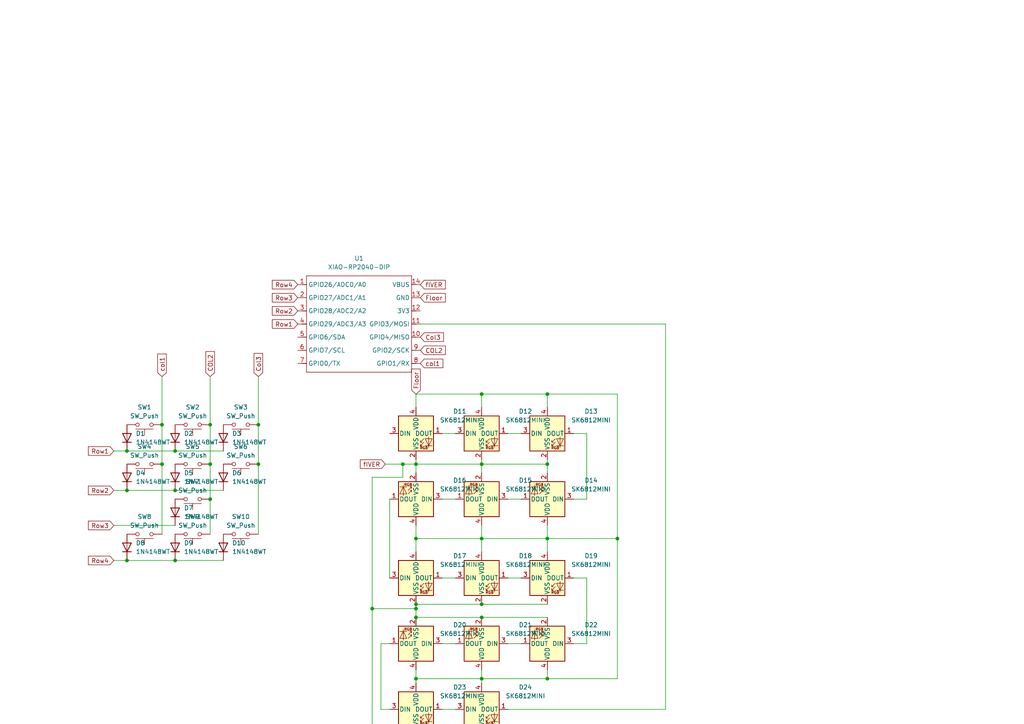
<source format=kicad_sch>
(kicad_sch
	(version 20250114)
	(generator "eeschema")
	(generator_version "9.0")
	(uuid "76f9b2ed-156a-4f41-ba04-7cdde6a71965")
	(paper "A4")
	(lib_symbols
		(symbol "Diode:1N4148WT"
			(pin_numbers
				(hide yes)
			)
			(pin_names
				(hide yes)
			)
			(exclude_from_sim no)
			(in_bom yes)
			(on_board yes)
			(property "Reference" "D"
				(at 0 2.54 0)
				(effects
					(font
						(size 1.27 1.27)
					)
				)
			)
			(property "Value" "1N4148WT"
				(at 0 -2.54 0)
				(effects
					(font
						(size 1.27 1.27)
					)
				)
			)
			(property "Footprint" "Diode_SMD:D_SOD-523"
				(at 0 -4.445 0)
				(effects
					(font
						(size 1.27 1.27)
					)
					(hide yes)
				)
			)
			(property "Datasheet" "https://www.diodes.com/assets/Datasheets/ds30396.pdf"
				(at 0 0 0)
				(effects
					(font
						(size 1.27 1.27)
					)
					(hide yes)
				)
			)
			(property "Description" "75V 0.15A Fast switching Diode, SOD-523"
				(at 0 0 0)
				(effects
					(font
						(size 1.27 1.27)
					)
					(hide yes)
				)
			)
			(property "Sim.Device" "D"
				(at 0 0 0)
				(effects
					(font
						(size 1.27 1.27)
					)
					(hide yes)
				)
			)
			(property "Sim.Pins" "1=K 2=A"
				(at 0 0 0)
				(effects
					(font
						(size 1.27 1.27)
					)
					(hide yes)
				)
			)
			(property "ki_keywords" "diode"
				(at 0 0 0)
				(effects
					(font
						(size 1.27 1.27)
					)
					(hide yes)
				)
			)
			(property "ki_fp_filters" "D*SOD?523*"
				(at 0 0 0)
				(effects
					(font
						(size 1.27 1.27)
					)
					(hide yes)
				)
			)
			(symbol "1N4148WT_0_1"
				(polyline
					(pts
						(xy -1.27 1.27) (xy -1.27 -1.27)
					)
					(stroke
						(width 0.254)
						(type default)
					)
					(fill
						(type none)
					)
				)
				(polyline
					(pts
						(xy 1.27 1.27) (xy 1.27 -1.27) (xy -1.27 0) (xy 1.27 1.27)
					)
					(stroke
						(width 0.254)
						(type default)
					)
					(fill
						(type none)
					)
				)
				(polyline
					(pts
						(xy 1.27 0) (xy -1.27 0)
					)
					(stroke
						(width 0)
						(type default)
					)
					(fill
						(type none)
					)
				)
			)
			(symbol "1N4148WT_1_1"
				(pin passive line
					(at -3.81 0 0)
					(length 2.54)
					(name "K"
						(effects
							(font
								(size 1.27 1.27)
							)
						)
					)
					(number "1"
						(effects
							(font
								(size 1.27 1.27)
							)
						)
					)
				)
				(pin passive line
					(at 3.81 0 180)
					(length 2.54)
					(name "A"
						(effects
							(font
								(size 1.27 1.27)
							)
						)
					)
					(number "2"
						(effects
							(font
								(size 1.27 1.27)
							)
						)
					)
				)
			)
			(embedded_fonts no)
		)
		(symbol "LED:SK6812MINI"
			(pin_names
				(offset 0.254)
			)
			(exclude_from_sim no)
			(in_bom yes)
			(on_board yes)
			(property "Reference" "D"
				(at 5.08 5.715 0)
				(effects
					(font
						(size 1.27 1.27)
					)
					(justify right bottom)
				)
			)
			(property "Value" "SK6812MINI"
				(at 1.27 -5.715 0)
				(effects
					(font
						(size 1.27 1.27)
					)
					(justify left top)
				)
			)
			(property "Footprint" "LED_SMD:LED_SK6812MINI_PLCC4_3.5x3.5mm_P1.75mm"
				(at 1.27 -7.62 0)
				(effects
					(font
						(size 1.27 1.27)
					)
					(justify left top)
					(hide yes)
				)
			)
			(property "Datasheet" "https://cdn-shop.adafruit.com/product-files/2686/SK6812MINI_REV.01-1-2.pdf"
				(at 2.54 -9.525 0)
				(effects
					(font
						(size 1.27 1.27)
					)
					(justify left top)
					(hide yes)
				)
			)
			(property "Description" "RGB LED with integrated controller"
				(at 0 0 0)
				(effects
					(font
						(size 1.27 1.27)
					)
					(hide yes)
				)
			)
			(property "ki_keywords" "RGB LED NeoPixel Mini addressable"
				(at 0 0 0)
				(effects
					(font
						(size 1.27 1.27)
					)
					(hide yes)
				)
			)
			(property "ki_fp_filters" "LED*SK6812MINI*PLCC*3.5x3.5mm*P1.75mm*"
				(at 0 0 0)
				(effects
					(font
						(size 1.27 1.27)
					)
					(hide yes)
				)
			)
			(symbol "SK6812MINI_0_0"
				(text "RGB"
					(at 2.286 -4.191 0)
					(effects
						(font
							(size 0.762 0.762)
						)
					)
				)
			)
			(symbol "SK6812MINI_0_1"
				(polyline
					(pts
						(xy 1.27 -2.54) (xy 1.778 -2.54)
					)
					(stroke
						(width 0)
						(type default)
					)
					(fill
						(type none)
					)
				)
				(polyline
					(pts
						(xy 1.27 -3.556) (xy 1.778 -3.556)
					)
					(stroke
						(width 0)
						(type default)
					)
					(fill
						(type none)
					)
				)
				(polyline
					(pts
						(xy 2.286 -1.524) (xy 1.27 -2.54) (xy 1.27 -2.032)
					)
					(stroke
						(width 0)
						(type default)
					)
					(fill
						(type none)
					)
				)
				(polyline
					(pts
						(xy 2.286 -2.54) (xy 1.27 -3.556) (xy 1.27 -3.048)
					)
					(stroke
						(width 0)
						(type default)
					)
					(fill
						(type none)
					)
				)
				(polyline
					(pts
						(xy 3.683 -1.016) (xy 3.683 -3.556) (xy 3.683 -4.064)
					)
					(stroke
						(width 0)
						(type default)
					)
					(fill
						(type none)
					)
				)
				(polyline
					(pts
						(xy 4.699 -1.524) (xy 2.667 -1.524) (xy 3.683 -3.556) (xy 4.699 -1.524)
					)
					(stroke
						(width 0)
						(type default)
					)
					(fill
						(type none)
					)
				)
				(polyline
					(pts
						(xy 4.699 -3.556) (xy 2.667 -3.556)
					)
					(stroke
						(width 0)
						(type default)
					)
					(fill
						(type none)
					)
				)
				(rectangle
					(start 5.08 5.08)
					(end -5.08 -5.08)
					(stroke
						(width 0.254)
						(type default)
					)
					(fill
						(type background)
					)
				)
			)
			(symbol "SK6812MINI_1_1"
				(pin input line
					(at -7.62 0 0)
					(length 2.54)
					(name "DIN"
						(effects
							(font
								(size 1.27 1.27)
							)
						)
					)
					(number "3"
						(effects
							(font
								(size 1.27 1.27)
							)
						)
					)
				)
				(pin power_in line
					(at 0 7.62 270)
					(length 2.54)
					(name "VDD"
						(effects
							(font
								(size 1.27 1.27)
							)
						)
					)
					(number "4"
						(effects
							(font
								(size 1.27 1.27)
							)
						)
					)
				)
				(pin power_in line
					(at 0 -7.62 90)
					(length 2.54)
					(name "VSS"
						(effects
							(font
								(size 1.27 1.27)
							)
						)
					)
					(number "2"
						(effects
							(font
								(size 1.27 1.27)
							)
						)
					)
				)
				(pin output line
					(at 7.62 0 180)
					(length 2.54)
					(name "DOUT"
						(effects
							(font
								(size 1.27 1.27)
							)
						)
					)
					(number "1"
						(effects
							(font
								(size 1.27 1.27)
							)
						)
					)
				)
			)
			(embedded_fonts no)
		)
		(symbol "OPL:XIAO-RP2040-DIP"
			(exclude_from_sim no)
			(in_bom yes)
			(on_board yes)
			(property "Reference" "U"
				(at 0 0 0)
				(effects
					(font
						(size 1.27 1.27)
					)
				)
			)
			(property "Value" "XIAO-RP2040-DIP"
				(at 5.334 -1.778 0)
				(effects
					(font
						(size 1.27 1.27)
					)
				)
			)
			(property "Footprint" "Module:MOUDLE14P-XIAO-DIP-SMD"
				(at 14.478 -32.258 0)
				(effects
					(font
						(size 1.27 1.27)
					)
					(hide yes)
				)
			)
			(property "Datasheet" ""
				(at 0 0 0)
				(effects
					(font
						(size 1.27 1.27)
					)
					(hide yes)
				)
			)
			(property "Description" ""
				(at 0 0 0)
				(effects
					(font
						(size 1.27 1.27)
					)
					(hide yes)
				)
			)
			(symbol "XIAO-RP2040-DIP_1_0"
				(polyline
					(pts
						(xy -1.27 -2.54) (xy 29.21 -2.54)
					)
					(stroke
						(width 0.1524)
						(type solid)
					)
					(fill
						(type none)
					)
				)
				(polyline
					(pts
						(xy -1.27 -5.08) (xy -2.54 -5.08)
					)
					(stroke
						(width 0.1524)
						(type solid)
					)
					(fill
						(type none)
					)
				)
				(polyline
					(pts
						(xy -1.27 -5.08) (xy -1.27 -2.54)
					)
					(stroke
						(width 0.1524)
						(type solid)
					)
					(fill
						(type none)
					)
				)
				(polyline
					(pts
						(xy -1.27 -8.89) (xy -2.54 -8.89)
					)
					(stroke
						(width 0.1524)
						(type solid)
					)
					(fill
						(type none)
					)
				)
				(polyline
					(pts
						(xy -1.27 -8.89) (xy -1.27 -5.08)
					)
					(stroke
						(width 0.1524)
						(type solid)
					)
					(fill
						(type none)
					)
				)
				(polyline
					(pts
						(xy -1.27 -12.7) (xy -2.54 -12.7)
					)
					(stroke
						(width 0.1524)
						(type solid)
					)
					(fill
						(type none)
					)
				)
				(polyline
					(pts
						(xy -1.27 -12.7) (xy -1.27 -8.89)
					)
					(stroke
						(width 0.1524)
						(type solid)
					)
					(fill
						(type none)
					)
				)
				(polyline
					(pts
						(xy -1.27 -16.51) (xy -2.54 -16.51)
					)
					(stroke
						(width 0.1524)
						(type solid)
					)
					(fill
						(type none)
					)
				)
				(polyline
					(pts
						(xy -1.27 -16.51) (xy -1.27 -12.7)
					)
					(stroke
						(width 0.1524)
						(type solid)
					)
					(fill
						(type none)
					)
				)
				(polyline
					(pts
						(xy -1.27 -20.32) (xy -2.54 -20.32)
					)
					(stroke
						(width 0.1524)
						(type solid)
					)
					(fill
						(type none)
					)
				)
				(polyline
					(pts
						(xy -1.27 -24.13) (xy -2.54 -24.13)
					)
					(stroke
						(width 0.1524)
						(type solid)
					)
					(fill
						(type none)
					)
				)
				(polyline
					(pts
						(xy -1.27 -27.94) (xy -2.54 -27.94)
					)
					(stroke
						(width 0.1524)
						(type solid)
					)
					(fill
						(type none)
					)
				)
				(polyline
					(pts
						(xy -1.27 -30.48) (xy -1.27 -16.51)
					)
					(stroke
						(width 0.1524)
						(type solid)
					)
					(fill
						(type none)
					)
				)
				(polyline
					(pts
						(xy 29.21 -2.54) (xy 29.21 -5.08)
					)
					(stroke
						(width 0.1524)
						(type solid)
					)
					(fill
						(type none)
					)
				)
				(polyline
					(pts
						(xy 29.21 -5.08) (xy 29.21 -8.89)
					)
					(stroke
						(width 0.1524)
						(type solid)
					)
					(fill
						(type none)
					)
				)
				(polyline
					(pts
						(xy 29.21 -8.89) (xy 29.21 -12.7)
					)
					(stroke
						(width 0.1524)
						(type solid)
					)
					(fill
						(type none)
					)
				)
				(polyline
					(pts
						(xy 29.21 -12.7) (xy 29.21 -30.48)
					)
					(stroke
						(width 0.1524)
						(type solid)
					)
					(fill
						(type none)
					)
				)
				(polyline
					(pts
						(xy 29.21 -30.48) (xy -1.27 -30.48)
					)
					(stroke
						(width 0.1524)
						(type solid)
					)
					(fill
						(type none)
					)
				)
				(polyline
					(pts
						(xy 30.48 -5.08) (xy 29.21 -5.08)
					)
					(stroke
						(width 0.1524)
						(type solid)
					)
					(fill
						(type none)
					)
				)
				(polyline
					(pts
						(xy 30.48 -8.89) (xy 29.21 -8.89)
					)
					(stroke
						(width 0.1524)
						(type solid)
					)
					(fill
						(type none)
					)
				)
				(polyline
					(pts
						(xy 30.48 -12.7) (xy 29.21 -12.7)
					)
					(stroke
						(width 0.1524)
						(type solid)
					)
					(fill
						(type none)
					)
				)
				(polyline
					(pts
						(xy 30.48 -16.51) (xy 29.21 -16.51)
					)
					(stroke
						(width 0.1524)
						(type solid)
					)
					(fill
						(type none)
					)
				)
				(polyline
					(pts
						(xy 30.48 -20.32) (xy 29.21 -20.32)
					)
					(stroke
						(width 0.1524)
						(type solid)
					)
					(fill
						(type none)
					)
				)
				(polyline
					(pts
						(xy 30.48 -24.13) (xy 29.21 -24.13)
					)
					(stroke
						(width 0.1524)
						(type solid)
					)
					(fill
						(type none)
					)
				)
				(polyline
					(pts
						(xy 30.48 -27.94) (xy 29.21 -27.94)
					)
					(stroke
						(width 0.1524)
						(type solid)
					)
					(fill
						(type none)
					)
				)
				(pin passive line
					(at -3.81 -5.08 0)
					(length 2.54)
					(name "GPIO26/ADC0/A0"
						(effects
							(font
								(size 1.27 1.27)
							)
						)
					)
					(number "1"
						(effects
							(font
								(size 1.27 1.27)
							)
						)
					)
				)
				(pin passive line
					(at -3.81 -8.89 0)
					(length 2.54)
					(name "GPIO27/ADC1/A1"
						(effects
							(font
								(size 1.27 1.27)
							)
						)
					)
					(number "2"
						(effects
							(font
								(size 1.27 1.27)
							)
						)
					)
				)
				(pin passive line
					(at -3.81 -12.7 0)
					(length 2.54)
					(name "GPIO28/ADC2/A2"
						(effects
							(font
								(size 1.27 1.27)
							)
						)
					)
					(number "3"
						(effects
							(font
								(size 1.27 1.27)
							)
						)
					)
				)
				(pin passive line
					(at -3.81 -16.51 0)
					(length 2.54)
					(name "GPIO29/ADC3/A3"
						(effects
							(font
								(size 1.27 1.27)
							)
						)
					)
					(number "4"
						(effects
							(font
								(size 1.27 1.27)
							)
						)
					)
				)
				(pin passive line
					(at -3.81 -20.32 0)
					(length 2.54)
					(name "GPIO6/SDA"
						(effects
							(font
								(size 1.27 1.27)
							)
						)
					)
					(number "5"
						(effects
							(font
								(size 1.27 1.27)
							)
						)
					)
				)
				(pin passive line
					(at -3.81 -24.13 0)
					(length 2.54)
					(name "GPIO7/SCL"
						(effects
							(font
								(size 1.27 1.27)
							)
						)
					)
					(number "6"
						(effects
							(font
								(size 1.27 1.27)
							)
						)
					)
				)
				(pin passive line
					(at -3.81 -27.94 0)
					(length 2.54)
					(name "GPIO0/TX"
						(effects
							(font
								(size 1.27 1.27)
							)
						)
					)
					(number "7"
						(effects
							(font
								(size 1.27 1.27)
							)
						)
					)
				)
				(pin passive line
					(at 31.75 -5.08 180)
					(length 2.54)
					(name "VBUS"
						(effects
							(font
								(size 1.27 1.27)
							)
						)
					)
					(number "14"
						(effects
							(font
								(size 1.27 1.27)
							)
						)
					)
				)
				(pin passive line
					(at 31.75 -8.89 180)
					(length 2.54)
					(name "GND"
						(effects
							(font
								(size 1.27 1.27)
							)
						)
					)
					(number "13"
						(effects
							(font
								(size 1.27 1.27)
							)
						)
					)
				)
				(pin passive line
					(at 31.75 -12.7 180)
					(length 2.54)
					(name "3V3"
						(effects
							(font
								(size 1.27 1.27)
							)
						)
					)
					(number "12"
						(effects
							(font
								(size 1.27 1.27)
							)
						)
					)
				)
				(pin passive line
					(at 31.75 -16.51 180)
					(length 2.54)
					(name "GPIO3/MOSI"
						(effects
							(font
								(size 1.27 1.27)
							)
						)
					)
					(number "11"
						(effects
							(font
								(size 1.27 1.27)
							)
						)
					)
				)
				(pin passive line
					(at 31.75 -20.32 180)
					(length 2.54)
					(name "GPIO4/MISO"
						(effects
							(font
								(size 1.27 1.27)
							)
						)
					)
					(number "10"
						(effects
							(font
								(size 1.27 1.27)
							)
						)
					)
				)
				(pin passive line
					(at 31.75 -24.13 180)
					(length 2.54)
					(name "GPIO2/SCK"
						(effects
							(font
								(size 1.27 1.27)
							)
						)
					)
					(number "9"
						(effects
							(font
								(size 1.27 1.27)
							)
						)
					)
				)
				(pin passive line
					(at 31.75 -27.94 180)
					(length 2.54)
					(name "GPIO1/RX"
						(effects
							(font
								(size 1.27 1.27)
							)
						)
					)
					(number "8"
						(effects
							(font
								(size 1.27 1.27)
							)
						)
					)
				)
			)
			(embedded_fonts no)
		)
		(symbol "Switch:SW_Push"
			(pin_numbers
				(hide yes)
			)
			(pin_names
				(offset 1.016)
				(hide yes)
			)
			(exclude_from_sim no)
			(in_bom yes)
			(on_board yes)
			(property "Reference" "SW"
				(at 1.27 2.54 0)
				(effects
					(font
						(size 1.27 1.27)
					)
					(justify left)
				)
			)
			(property "Value" "SW_Push"
				(at 0 -1.524 0)
				(effects
					(font
						(size 1.27 1.27)
					)
				)
			)
			(property "Footprint" ""
				(at 0 5.08 0)
				(effects
					(font
						(size 1.27 1.27)
					)
					(hide yes)
				)
			)
			(property "Datasheet" "~"
				(at 0 5.08 0)
				(effects
					(font
						(size 1.27 1.27)
					)
					(hide yes)
				)
			)
			(property "Description" "Push button switch, generic, two pins"
				(at 0 0 0)
				(effects
					(font
						(size 1.27 1.27)
					)
					(hide yes)
				)
			)
			(property "ki_keywords" "switch normally-open pushbutton push-button"
				(at 0 0 0)
				(effects
					(font
						(size 1.27 1.27)
					)
					(hide yes)
				)
			)
			(symbol "SW_Push_0_1"
				(circle
					(center -2.032 0)
					(radius 0.508)
					(stroke
						(width 0)
						(type default)
					)
					(fill
						(type none)
					)
				)
				(polyline
					(pts
						(xy 0 1.27) (xy 0 3.048)
					)
					(stroke
						(width 0)
						(type default)
					)
					(fill
						(type none)
					)
				)
				(circle
					(center 2.032 0)
					(radius 0.508)
					(stroke
						(width 0)
						(type default)
					)
					(fill
						(type none)
					)
				)
				(polyline
					(pts
						(xy 2.54 1.27) (xy -2.54 1.27)
					)
					(stroke
						(width 0)
						(type default)
					)
					(fill
						(type none)
					)
				)
				(pin passive line
					(at -5.08 0 0)
					(length 2.54)
					(name "1"
						(effects
							(font
								(size 1.27 1.27)
							)
						)
					)
					(number "1"
						(effects
							(font
								(size 1.27 1.27)
							)
						)
					)
				)
				(pin passive line
					(at 5.08 0 180)
					(length 2.54)
					(name "2"
						(effects
							(font
								(size 1.27 1.27)
							)
						)
					)
					(number "2"
						(effects
							(font
								(size 1.27 1.27)
							)
						)
					)
				)
			)
			(embedded_fonts no)
		)
	)
	(junction
		(at 158.75 196.85)
		(diameter 0)
		(color 0 0 0 0)
		(uuid "00133057-f3fd-431c-96a6-385a038ba6b9")
	)
	(junction
		(at 139.7 134.62)
		(diameter 0)
		(color 0 0 0 0)
		(uuid "071eca06-2554-418e-84ef-ad8bd8d88a35")
	)
	(junction
		(at 158.75 156.21)
		(diameter 0)
		(color 0 0 0 0)
		(uuid "088572ad-3516-4ef9-8745-01ae577caa45")
	)
	(junction
		(at 74.93 134.62)
		(diameter 0)
		(color 0 0 0 0)
		(uuid "0bacd3dd-3571-4909-8cb3-d196949b3456")
	)
	(junction
		(at 139.7 175.26)
		(diameter 0)
		(color 0 0 0 0)
		(uuid "0c6c832f-74b6-4d18-b29a-aff99314dd72")
	)
	(junction
		(at 120.65 134.62)
		(diameter 0)
		(color 0 0 0 0)
		(uuid "235de7a0-a82f-4cd1-8a47-680db1690478")
	)
	(junction
		(at 139.7 156.21)
		(diameter 0)
		(color 0 0 0 0)
		(uuid "273baf9d-2703-4abc-a6d6-71e6b546ef79")
	)
	(junction
		(at 50.8 130.81)
		(diameter 0)
		(color 0 0 0 0)
		(uuid "353444ed-7486-4fe5-bf76-9ed8d3ec9c9a")
	)
	(junction
		(at 120.65 196.85)
		(diameter 0)
		(color 0 0 0 0)
		(uuid "36b60f26-59fb-4ea6-ad44-89c8b31f745b")
	)
	(junction
		(at 139.7 196.85)
		(diameter 0)
		(color 0 0 0 0)
		(uuid "4056f5be-faf9-4e82-b074-196cfb1df683")
	)
	(junction
		(at 50.8 162.56)
		(diameter 0)
		(color 0 0 0 0)
		(uuid "45d3a4bb-3e26-4fcc-bf57-ddbaccceb113")
	)
	(junction
		(at 107.95 176.53)
		(diameter 0)
		(color 0 0 0 0)
		(uuid "4a4f5a1d-ba95-428e-a2e1-31c68596493d")
	)
	(junction
		(at 139.7 114.3)
		(diameter 0)
		(color 0 0 0 0)
		(uuid "4f058b3e-9d60-41f4-a0b4-d574e3eeacc2")
	)
	(junction
		(at 60.96 144.78)
		(diameter 0)
		(color 0 0 0 0)
		(uuid "54d2bef5-9d91-4bc2-a658-f38b2eb6a8fc")
	)
	(junction
		(at 36.83 130.81)
		(diameter 0)
		(color 0 0 0 0)
		(uuid "59749730-0cde-4ada-a01c-a0687828cd92")
	)
	(junction
		(at 139.7 179.07)
		(diameter 0)
		(color 0 0 0 0)
		(uuid "7555ec9c-1902-426f-a1e2-23b435899278")
	)
	(junction
		(at 120.65 176.53)
		(diameter 0)
		(color 0 0 0 0)
		(uuid "7e2f168f-5503-45e6-aae3-92c07acbb925")
	)
	(junction
		(at 36.83 162.56)
		(diameter 0)
		(color 0 0 0 0)
		(uuid "83cb6c51-aa8f-4e0c-9e44-a0c3cded5565")
	)
	(junction
		(at 120.65 175.26)
		(diameter 0)
		(color 0 0 0 0)
		(uuid "a42c4f10-db32-4d90-b740-5124ea4e699d")
	)
	(junction
		(at 120.65 179.07)
		(diameter 0)
		(color 0 0 0 0)
		(uuid "adc60554-5d49-488c-b1d1-953a91c9c80b")
	)
	(junction
		(at 120.65 218.44)
		(diameter 0)
		(color 0 0 0 0)
		(uuid "ae2f400e-f648-41d4-9453-61c8f326480d")
	)
	(junction
		(at 50.8 142.24)
		(diameter 0)
		(color 0 0 0 0)
		(uuid "ae66a4cf-60ca-4802-9e43-54bec8930404")
	)
	(junction
		(at 60.96 134.62)
		(diameter 0)
		(color 0 0 0 0)
		(uuid "b04e7924-76ac-4a27-b5a5-b367293b00b3")
	)
	(junction
		(at 36.83 142.24)
		(diameter 0)
		(color 0 0 0 0)
		(uuid "b0a425be-618f-4b49-bf15-23bbd98c091b")
	)
	(junction
		(at 120.65 156.21)
		(diameter 0)
		(color 0 0 0 0)
		(uuid "b6130065-e289-418b-9c2c-5062bb69b12f")
	)
	(junction
		(at 158.75 114.3)
		(diameter 0)
		(color 0 0 0 0)
		(uuid "b6bf97fd-9946-45e8-a250-f751f3c51d57")
	)
	(junction
		(at 179.07 156.21)
		(diameter 0)
		(color 0 0 0 0)
		(uuid "c32978fb-6288-4646-a348-19963ae48026")
	)
	(junction
		(at 46.99 123.19)
		(diameter 0)
		(color 0 0 0 0)
		(uuid "ca00619f-66e0-48d2-af5a-10dfff004c40")
	)
	(junction
		(at 158.75 134.62)
		(diameter 0)
		(color 0 0 0 0)
		(uuid "e01b0358-daf7-4fe9-844f-dd1088d8d316")
	)
	(junction
		(at 116.84 134.62)
		(diameter 0)
		(color 0 0 0 0)
		(uuid "e2129618-20fb-4581-b6c2-26788f4d664c")
	)
	(junction
		(at 60.96 123.19)
		(diameter 0)
		(color 0 0 0 0)
		(uuid "e361fe9c-27b1-42cf-9962-22b66ac0e78c")
	)
	(junction
		(at 74.93 123.19)
		(diameter 0)
		(color 0 0 0 0)
		(uuid "e64d9047-2f99-4e6a-b12f-da141f326a26")
	)
	(junction
		(at 46.99 134.62)
		(diameter 0)
		(color 0 0 0 0)
		(uuid "f741ee59-ca87-41ec-8b5d-482fb87b6fae")
	)
	(wire
		(pts
			(xy 158.75 156.21) (xy 158.75 160.02)
		)
		(stroke
			(width 0)
			(type default)
		)
		(uuid "0129ae25-70ef-4cab-86c2-e7c7f07a6d27")
	)
	(wire
		(pts
			(xy 139.7 156.21) (xy 139.7 160.02)
		)
		(stroke
			(width 0)
			(type default)
		)
		(uuid "037436ce-0ff8-48ec-8b44-d98056ad9791")
	)
	(wire
		(pts
			(xy 128.27 205.74) (xy 132.08 205.74)
		)
		(stroke
			(width 0)
			(type default)
		)
		(uuid "0387db50-3e7b-4474-b2f0-a334353f64b3")
	)
	(wire
		(pts
			(xy 158.75 133.35) (xy 158.75 134.62)
		)
		(stroke
			(width 0)
			(type default)
		)
		(uuid "040168c1-483e-473b-b7ee-f5999ff1e136")
	)
	(wire
		(pts
			(xy 36.83 130.81) (xy 50.8 130.81)
		)
		(stroke
			(width 0)
			(type default)
		)
		(uuid "0cd95701-b3bc-4858-a8d0-824865f06b48")
	)
	(wire
		(pts
			(xy 158.75 196.85) (xy 139.7 196.85)
		)
		(stroke
			(width 0)
			(type default)
		)
		(uuid "115197e5-3a6a-45c1-afd4-f17616a40f3d")
	)
	(wire
		(pts
			(xy 120.65 176.53) (xy 120.65 179.07)
		)
		(stroke
			(width 0)
			(type default)
		)
		(uuid "13826eb3-bc31-4f9d-bb6a-1c9e0ac524a6")
	)
	(wire
		(pts
			(xy 147.32 144.78) (xy 151.13 144.78)
		)
		(stroke
			(width 0)
			(type default)
		)
		(uuid "156dc985-b499-4c1f-b5e8-98ec4d8b59cb")
	)
	(wire
		(pts
			(xy 74.93 109.22) (xy 74.93 123.19)
		)
		(stroke
			(width 0)
			(type default)
		)
		(uuid "16b09cc7-ed25-4c5a-a50a-6996f7cd77d1")
	)
	(wire
		(pts
			(xy 166.37 167.64) (xy 170.18 167.64)
		)
		(stroke
			(width 0)
			(type default)
		)
		(uuid "186b36d6-26c3-4919-a11b-3c36c82d806c")
	)
	(wire
		(pts
			(xy 110.49 205.74) (xy 113.03 205.74)
		)
		(stroke
			(width 0)
			(type default)
		)
		(uuid "18eb3e7f-ffb7-455d-b68d-2c3a342a92d5")
	)
	(wire
		(pts
			(xy 139.7 175.26) (xy 158.75 175.26)
		)
		(stroke
			(width 0)
			(type default)
		)
		(uuid "1bf45588-3d3a-4891-8c58-88094a742604")
	)
	(wire
		(pts
			(xy 33.02 162.56) (xy 36.83 162.56)
		)
		(stroke
			(width 0)
			(type default)
		)
		(uuid "1d58f5e6-1cfa-432a-901f-18f72efc1d37")
	)
	(wire
		(pts
			(xy 107.95 218.44) (xy 120.65 218.44)
		)
		(stroke
			(width 0)
			(type default)
		)
		(uuid "1f58722b-1481-480b-b9ee-9d3d7925e333")
	)
	(wire
		(pts
			(xy 128.27 167.64) (xy 132.08 167.64)
		)
		(stroke
			(width 0)
			(type default)
		)
		(uuid "1fb04bef-cbea-4c94-953e-4371c177cc81")
	)
	(wire
		(pts
			(xy 120.65 176.53) (xy 120.65 175.26)
		)
		(stroke
			(width 0)
			(type default)
		)
		(uuid "20abf440-fee6-4348-98ae-b1341ec39af4")
	)
	(wire
		(pts
			(xy 170.18 125.73) (xy 170.18 144.78)
		)
		(stroke
			(width 0)
			(type default)
		)
		(uuid "232ff61c-beef-4f0e-8f85-1698fa6ea152")
	)
	(wire
		(pts
			(xy 116.84 134.62) (xy 120.65 134.62)
		)
		(stroke
			(width 0)
			(type default)
		)
		(uuid "24aca2d2-5d44-4295-b8d6-417ef312c53e")
	)
	(wire
		(pts
			(xy 33.02 152.4) (xy 50.8 152.4)
		)
		(stroke
			(width 0)
			(type default)
		)
		(uuid "258bcad0-f8a1-428f-bf23-d8b2b1f75168")
	)
	(wire
		(pts
			(xy 60.96 134.62) (xy 60.96 144.78)
		)
		(stroke
			(width 0)
			(type default)
		)
		(uuid "26bff035-1e34-4f2e-b27c-e2273d695c57")
	)
	(wire
		(pts
			(xy 36.83 142.24) (xy 50.8 142.24)
		)
		(stroke
			(width 0)
			(type default)
		)
		(uuid "2d0c03d0-0ce3-4323-9e03-d94efb122105")
	)
	(wire
		(pts
			(xy 193.04 93.98) (xy 121.92 93.98)
		)
		(stroke
			(width 0)
			(type default)
		)
		(uuid "2fd7dbf8-9968-4e38-8177-dd13ddeeae9a")
	)
	(wire
		(pts
			(xy 139.7 179.07) (xy 158.75 179.07)
		)
		(stroke
			(width 0)
			(type default)
		)
		(uuid "32f3c630-53c8-4909-91d4-8d6e10d6004a")
	)
	(wire
		(pts
			(xy 50.8 142.24) (xy 64.77 142.24)
		)
		(stroke
			(width 0)
			(type default)
		)
		(uuid "33a8f7a5-2d56-42dd-9a40-f9895ffb80c6")
	)
	(wire
		(pts
			(xy 74.93 134.62) (xy 74.93 154.94)
		)
		(stroke
			(width 0)
			(type default)
		)
		(uuid "3770a38a-a19c-4b4b-9410-693551395128")
	)
	(wire
		(pts
			(xy 50.8 130.81) (xy 64.77 130.81)
		)
		(stroke
			(width 0)
			(type default)
		)
		(uuid "38521438-546f-4ce8-8aeb-a0985b589fa8")
	)
	(wire
		(pts
			(xy 120.65 213.36) (xy 120.65 218.44)
		)
		(stroke
			(width 0)
			(type default)
		)
		(uuid "39b81457-2b1d-4cae-b257-588cb3198853")
	)
	(wire
		(pts
			(xy 120.65 134.62) (xy 120.65 137.16)
		)
		(stroke
			(width 0)
			(type default)
		)
		(uuid "3a0af8e3-3842-4d18-9fea-c248370c63e5")
	)
	(wire
		(pts
			(xy 139.7 218.44) (xy 139.7 213.36)
		)
		(stroke
			(width 0)
			(type default)
		)
		(uuid "3b0da266-ec9b-486e-8d57-394eac570537")
	)
	(wire
		(pts
			(xy 120.65 175.26) (xy 139.7 175.26)
		)
		(stroke
			(width 0)
			(type default)
		)
		(uuid "3c897431-946e-42ce-a290-2d52a116e62e")
	)
	(wire
		(pts
			(xy 74.93 123.19) (xy 74.93 134.62)
		)
		(stroke
			(width 0)
			(type default)
		)
		(uuid "3f9d85f0-3e85-45ae-9d47-b8c7e249f062")
	)
	(wire
		(pts
			(xy 120.65 194.31) (xy 120.65 196.85)
		)
		(stroke
			(width 0)
			(type default)
		)
		(uuid "417c5344-e71e-4d04-8ea9-86194b1e03bf")
	)
	(wire
		(pts
			(xy 110.49 186.69) (xy 110.49 205.74)
		)
		(stroke
			(width 0)
			(type default)
		)
		(uuid "460d3c68-b627-402d-bb88-9261c71816c4")
	)
	(wire
		(pts
			(xy 128.27 125.73) (xy 132.08 125.73)
		)
		(stroke
			(width 0)
			(type default)
		)
		(uuid "4cf3c504-717b-44ab-9d88-cc17034faf94")
	)
	(wire
		(pts
			(xy 179.07 196.85) (xy 158.75 196.85)
		)
		(stroke
			(width 0)
			(type default)
		)
		(uuid "4deb42dc-4b90-4ccb-8998-80468b175d96")
	)
	(wire
		(pts
			(xy 158.75 134.62) (xy 158.75 137.16)
		)
		(stroke
			(width 0)
			(type default)
		)
		(uuid "513b11f0-ac2d-4a31-a7a6-3df4f5bbe45d")
	)
	(wire
		(pts
			(xy 139.7 134.62) (xy 158.75 134.62)
		)
		(stroke
			(width 0)
			(type default)
		)
		(uuid "5ed87b7e-8c85-49a5-a286-1e77b984666d")
	)
	(wire
		(pts
			(xy 139.7 196.85) (xy 120.65 196.85)
		)
		(stroke
			(width 0)
			(type default)
		)
		(uuid "6119285d-0601-4587-b98f-d0c7d494d4b5")
	)
	(wire
		(pts
			(xy 139.7 134.62) (xy 139.7 137.16)
		)
		(stroke
			(width 0)
			(type default)
		)
		(uuid "620dbbd6-5bbe-4701-8738-e630f11528a4")
	)
	(wire
		(pts
			(xy 46.99 134.62) (xy 46.99 154.94)
		)
		(stroke
			(width 0)
			(type default)
		)
		(uuid "62fea87f-62c9-4b6d-b90e-09c4e62d2bbd")
	)
	(wire
		(pts
			(xy 147.32 125.73) (xy 151.13 125.73)
		)
		(stroke
			(width 0)
			(type default)
		)
		(uuid "63805b55-0193-488e-963f-6415c393c68b")
	)
	(wire
		(pts
			(xy 139.7 133.35) (xy 139.7 134.62)
		)
		(stroke
			(width 0)
			(type default)
		)
		(uuid "6848ea8f-9f86-4d80-8e81-0ea0205d800c")
	)
	(wire
		(pts
			(xy 139.7 152.4) (xy 139.7 156.21)
		)
		(stroke
			(width 0)
			(type default)
		)
		(uuid "687055ef-073f-4022-aad6-a03bdb2be95c")
	)
	(wire
		(pts
			(xy 36.83 162.56) (xy 50.8 162.56)
		)
		(stroke
			(width 0)
			(type default)
		)
		(uuid "6bc29415-9505-4fed-ba57-0359ad82a0f6")
	)
	(wire
		(pts
			(xy 46.99 123.19) (xy 46.99 134.62)
		)
		(stroke
			(width 0)
			(type default)
		)
		(uuid "6c11a2cc-9746-4ecc-9727-b62e39a9cd57")
	)
	(wire
		(pts
			(xy 158.75 194.31) (xy 158.75 196.85)
		)
		(stroke
			(width 0)
			(type default)
		)
		(uuid "6dcf3d14-9fad-4e71-921b-dbf578b677c7")
	)
	(wire
		(pts
			(xy 60.96 123.19) (xy 60.96 134.62)
		)
		(stroke
			(width 0)
			(type default)
		)
		(uuid "704254df-68e8-4874-90c0-95af34cc8f20")
	)
	(wire
		(pts
			(xy 116.84 138.43) (xy 107.95 138.43)
		)
		(stroke
			(width 0)
			(type default)
		)
		(uuid "7cb71d71-75b0-4079-aab7-6db461646363")
	)
	(wire
		(pts
			(xy 158.75 114.3) (xy 158.75 118.11)
		)
		(stroke
			(width 0)
			(type default)
		)
		(uuid "7dbd7b20-ce13-406e-b478-c7c8c09ec84d")
	)
	(wire
		(pts
			(xy 60.96 109.22) (xy 60.96 123.19)
		)
		(stroke
			(width 0)
			(type default)
		)
		(uuid "7f65fb29-d967-490e-ac61-742f626e3c98")
	)
	(wire
		(pts
			(xy 120.65 133.35) (xy 120.65 134.62)
		)
		(stroke
			(width 0)
			(type default)
		)
		(uuid "8603850d-1167-46f0-9af1-f40eaa1ac9f2")
	)
	(wire
		(pts
			(xy 120.65 134.62) (xy 139.7 134.62)
		)
		(stroke
			(width 0)
			(type default)
		)
		(uuid "86085725-7d3c-4ede-bf45-5e47ba90199f")
	)
	(wire
		(pts
			(xy 46.99 109.22) (xy 46.99 123.19)
		)
		(stroke
			(width 0)
			(type default)
		)
		(uuid "86d8d4b2-f3fe-48d1-b11e-ed4afc0d24a3")
	)
	(wire
		(pts
			(xy 158.75 114.3) (xy 179.07 114.3)
		)
		(stroke
			(width 0)
			(type default)
		)
		(uuid "8d2b859d-4bd6-42b8-b8b5-7021e74cf066")
	)
	(wire
		(pts
			(xy 147.32 186.69) (xy 151.13 186.69)
		)
		(stroke
			(width 0)
			(type default)
		)
		(uuid "9abab911-f7b4-411d-9500-41f2199f0529")
	)
	(wire
		(pts
			(xy 170.18 186.69) (xy 166.37 186.69)
		)
		(stroke
			(width 0)
			(type default)
		)
		(uuid "9d34f477-dd49-4cdc-b0f2-8f451bfaa1fe")
	)
	(wire
		(pts
			(xy 147.32 205.74) (xy 193.04 205.74)
		)
		(stroke
			(width 0)
			(type default)
		)
		(uuid "9ee766d9-d4d9-4c8c-8fd9-24abc674ab03")
	)
	(wire
		(pts
			(xy 107.95 176.53) (xy 120.65 176.53)
		)
		(stroke
			(width 0)
			(type default)
		)
		(uuid "a13dc564-b4ea-45ea-80d2-bc6eb56ea497")
	)
	(wire
		(pts
			(xy 158.75 152.4) (xy 158.75 156.21)
		)
		(stroke
			(width 0)
			(type default)
		)
		(uuid "adbb6ae3-bc12-4b78-9373-4dae401d9004")
	)
	(wire
		(pts
			(xy 116.84 134.62) (xy 116.84 138.43)
		)
		(stroke
			(width 0)
			(type default)
		)
		(uuid "aecb85fb-10dd-4b22-a198-a343a2369abf")
	)
	(wire
		(pts
			(xy 120.65 114.3) (xy 120.65 118.11)
		)
		(stroke
			(width 0)
			(type default)
		)
		(uuid "af1fc931-5cd6-471a-90f8-59152f1ed842")
	)
	(wire
		(pts
			(xy 113.03 144.78) (xy 113.03 167.64)
		)
		(stroke
			(width 0)
			(type default)
		)
		(uuid "b4d96410-b527-42e3-ac43-e404bd05ec11")
	)
	(wire
		(pts
			(xy 111.76 134.62) (xy 116.84 134.62)
		)
		(stroke
			(width 0)
			(type default)
		)
		(uuid "b5aef0f8-180a-457b-95a4-66285060dc69")
	)
	(wire
		(pts
			(xy 50.8 162.56) (xy 64.77 162.56)
		)
		(stroke
			(width 0)
			(type default)
		)
		(uuid "b64cbfaa-1a85-4bc3-9c0c-8fc5d8bb8bba")
	)
	(wire
		(pts
			(xy 179.07 114.3) (xy 179.07 156.21)
		)
		(stroke
			(width 0)
			(type default)
		)
		(uuid "b83b93a8-934a-4082-add6-6f56935ee5ef")
	)
	(wire
		(pts
			(xy 139.7 114.3) (xy 139.7 118.11)
		)
		(stroke
			(width 0)
			(type default)
		)
		(uuid "be41642d-37d0-49a5-8922-8623e809b2d7")
	)
	(wire
		(pts
			(xy 120.65 218.44) (xy 139.7 218.44)
		)
		(stroke
			(width 0)
			(type default)
		)
		(uuid "be9c722f-01c3-4854-9af3-42b0e8a5fafa")
	)
	(wire
		(pts
			(xy 170.18 167.64) (xy 170.18 186.69)
		)
		(stroke
			(width 0)
			(type default)
		)
		(uuid "c19db9a5-1491-47c6-b1a1-b16d28da44b0")
	)
	(wire
		(pts
			(xy 166.37 125.73) (xy 170.18 125.73)
		)
		(stroke
			(width 0)
			(type default)
		)
		(uuid "c1bdfc53-5123-4361-8651-8a2c3fa89d77")
	)
	(wire
		(pts
			(xy 107.95 138.43) (xy 107.95 176.53)
		)
		(stroke
			(width 0)
			(type default)
		)
		(uuid "c4d03b0c-d813-4ddb-bd4a-ca0a139951ef")
	)
	(wire
		(pts
			(xy 120.65 156.21) (xy 120.65 160.02)
		)
		(stroke
			(width 0)
			(type default)
		)
		(uuid "c5db7432-e5cc-4a68-814a-724ec76dddcf")
	)
	(wire
		(pts
			(xy 120.65 156.21) (xy 120.65 152.4)
		)
		(stroke
			(width 0)
			(type default)
		)
		(uuid "c608f7a6-9f0b-4b15-acf9-114033cbc6e9")
	)
	(wire
		(pts
			(xy 120.65 179.07) (xy 139.7 179.07)
		)
		(stroke
			(width 0)
			(type default)
		)
		(uuid "c62eda2d-fb28-4e16-891e-1cb3f4720953")
	)
	(wire
		(pts
			(xy 139.7 194.31) (xy 139.7 196.85)
		)
		(stroke
			(width 0)
			(type default)
		)
		(uuid "c94e6ef2-016b-407d-8fa5-d2a3524c4b33")
	)
	(wire
		(pts
			(xy 120.65 196.85) (xy 120.65 198.12)
		)
		(stroke
			(width 0)
			(type default)
		)
		(uuid "cea6fb39-3217-4dc2-a40e-33df3946240b")
	)
	(wire
		(pts
			(xy 113.03 186.69) (xy 110.49 186.69)
		)
		(stroke
			(width 0)
			(type default)
		)
		(uuid "d00ad234-c90a-4e28-93a8-2357eb1f2b42")
	)
	(wire
		(pts
			(xy 179.07 156.21) (xy 179.07 196.85)
		)
		(stroke
			(width 0)
			(type default)
		)
		(uuid "d1b15238-52fa-4dd5-a4a2-92c6e23b206d")
	)
	(wire
		(pts
			(xy 128.27 144.78) (xy 132.08 144.78)
		)
		(stroke
			(width 0)
			(type default)
		)
		(uuid "d37f3da8-52af-4a65-9cb7-c0b42fbba16d")
	)
	(wire
		(pts
			(xy 128.27 186.69) (xy 132.08 186.69)
		)
		(stroke
			(width 0)
			(type default)
		)
		(uuid "dabc808c-961d-4906-97ed-54aafd05509d")
	)
	(wire
		(pts
			(xy 33.02 130.81) (xy 36.83 130.81)
		)
		(stroke
			(width 0)
			(type default)
		)
		(uuid "dc47a1e0-4a0f-4997-b47c-13434c71dd60")
	)
	(wire
		(pts
			(xy 120.65 114.3) (xy 139.7 114.3)
		)
		(stroke
			(width 0)
			(type default)
		)
		(uuid "def5fb6d-9dfe-4eaf-b8ad-09b8ce3925a9")
	)
	(wire
		(pts
			(xy 179.07 156.21) (xy 158.75 156.21)
		)
		(stroke
			(width 0)
			(type default)
		)
		(uuid "e676d251-18e4-4a48-8551-76dd989d8b15")
	)
	(wire
		(pts
			(xy 147.32 167.64) (xy 151.13 167.64)
		)
		(stroke
			(width 0)
			(type default)
		)
		(uuid "ea60533e-075f-4dba-97d5-023b6a7da578")
	)
	(wire
		(pts
			(xy 60.96 144.78) (xy 60.96 154.94)
		)
		(stroke
			(width 0)
			(type default)
		)
		(uuid "eb1fee57-4358-41cb-8ece-9f8d7a0147b7")
	)
	(wire
		(pts
			(xy 170.18 144.78) (xy 166.37 144.78)
		)
		(stroke
			(width 0)
			(type default)
		)
		(uuid "eb912f63-6fd0-4da3-83f4-26de71334bec")
	)
	(wire
		(pts
			(xy 107.95 176.53) (xy 107.95 218.44)
		)
		(stroke
			(width 0)
			(type default)
		)
		(uuid "f1edebb3-064e-4585-a9ea-8211a7c760f0")
	)
	(wire
		(pts
			(xy 139.7 196.85) (xy 139.7 198.12)
		)
		(stroke
			(width 0)
			(type default)
		)
		(uuid "f4734e60-e9af-49c2-b69d-23c8ebd09de2")
	)
	(wire
		(pts
			(xy 158.75 156.21) (xy 139.7 156.21)
		)
		(stroke
			(width 0)
			(type default)
		)
		(uuid "f91cbc9d-0e41-488b-85a4-036143dee214")
	)
	(wire
		(pts
			(xy 139.7 114.3) (xy 158.75 114.3)
		)
		(stroke
			(width 0)
			(type default)
		)
		(uuid "fa822ce6-b491-4c5e-bee6-d9c63fbb6dd7")
	)
	(wire
		(pts
			(xy 193.04 205.74) (xy 193.04 93.98)
		)
		(stroke
			(width 0)
			(type default)
		)
		(uuid "fcb1b503-980e-4a25-bae8-cbb12b58beb1")
	)
	(wire
		(pts
			(xy 139.7 156.21) (xy 120.65 156.21)
		)
		(stroke
			(width 0)
			(type default)
		)
		(uuid "fcdb21d1-5729-4f6a-b4c0-b1d644da9144")
	)
	(wire
		(pts
			(xy 33.02 142.24) (xy 36.83 142.24)
		)
		(stroke
			(width 0)
			(type default)
		)
		(uuid "fe3a56ca-84e0-4f79-baed-2eddc49d61b8")
	)
	(global_label "Row2"
		(shape input)
		(at 86.36 90.17 180)
		(fields_autoplaced yes)
		(effects
			(font
				(size 1.27 1.27)
			)
			(justify right)
		)
		(uuid "09fa9628-88bf-4196-9012-70a8d9b5c312")
		(property "Intersheetrefs" "${INTERSHEET_REFS}"
			(at 78.4158 90.17 0)
			(effects
				(font
					(size 1.27 1.27)
				)
				(justify right)
				(hide yes)
			)
		)
	)
	(global_label "Row3"
		(shape input)
		(at 33.02 152.4 180)
		(fields_autoplaced yes)
		(effects
			(font
				(size 1.27 1.27)
			)
			(justify right)
		)
		(uuid "1b71866b-7896-45e7-8e0c-b8873dee7f88")
		(property "Intersheetrefs" "${INTERSHEET_REFS}"
			(at 25.0758 152.4 0)
			(effects
				(font
					(size 1.27 1.27)
				)
				(justify right)
				(hide yes)
			)
		)
	)
	(global_label "COL2"
		(shape input)
		(at 121.92 101.6 0)
		(fields_autoplaced yes)
		(effects
			(font
				(size 1.27 1.27)
			)
			(justify left)
		)
		(uuid "3d96e4f6-ad11-4c3f-bfc7-3d234d6c59d1")
		(property "Intersheetrefs" "${INTERSHEET_REFS}"
			(at 129.7433 101.6 0)
			(effects
				(font
					(size 1.27 1.27)
				)
				(justify left)
				(hide yes)
			)
		)
	)
	(global_label "Row4"
		(shape input)
		(at 33.02 162.56 180)
		(fields_autoplaced yes)
		(effects
			(font
				(size 1.27 1.27)
			)
			(justify right)
		)
		(uuid "45c8c866-ed1e-4d4d-873f-b34dd1d156ba")
		(property "Intersheetrefs" "${INTERSHEET_REFS}"
			(at 25.0758 162.56 0)
			(effects
				(font
					(size 1.27 1.27)
				)
				(justify right)
				(hide yes)
			)
		)
	)
	(global_label "Row4"
		(shape input)
		(at 86.36 82.55 180)
		(fields_autoplaced yes)
		(effects
			(font
				(size 1.27 1.27)
			)
			(justify right)
		)
		(uuid "4c8e8929-c140-4767-9a9e-f854d0cbc702")
		(property "Intersheetrefs" "${INTERSHEET_REFS}"
			(at 78.4158 82.55 0)
			(effects
				(font
					(size 1.27 1.27)
				)
				(justify right)
				(hide yes)
			)
		)
	)
	(global_label "Row1"
		(shape input)
		(at 86.36 93.98 180)
		(fields_autoplaced yes)
		(effects
			(font
				(size 1.27 1.27)
			)
			(justify right)
		)
		(uuid "79feef70-9922-4f9d-a02f-0dc1cc51cec4")
		(property "Intersheetrefs" "${INTERSHEET_REFS}"
			(at 78.4158 93.98 0)
			(effects
				(font
					(size 1.27 1.27)
				)
				(justify right)
				(hide yes)
			)
		)
	)
	(global_label "Floor"
		(shape input)
		(at 120.65 114.3 90)
		(fields_autoplaced yes)
		(effects
			(font
				(size 1.27 1.27)
			)
			(justify left)
		)
		(uuid "7b76bc6f-20cc-4e07-931e-ca44c2a05f42")
		(property "Intersheetrefs" "${INTERSHEET_REFS}"
			(at 120.65 106.4768 90)
			(effects
				(font
					(size 1.27 1.27)
				)
				(justify left)
				(hide yes)
			)
		)
	)
	(global_label "Row3"
		(shape input)
		(at 86.36 86.36 180)
		(fields_autoplaced yes)
		(effects
			(font
				(size 1.27 1.27)
			)
			(justify right)
		)
		(uuid "7d1e6a4b-8bc3-4946-ad90-5cfa01824cfd")
		(property "Intersheetrefs" "${INTERSHEET_REFS}"
			(at 78.4158 86.36 0)
			(effects
				(font
					(size 1.27 1.27)
				)
				(justify right)
				(hide yes)
			)
		)
	)
	(global_label "col1"
		(shape input)
		(at 121.92 105.41 0)
		(fields_autoplaced yes)
		(effects
			(font
				(size 1.27 1.27)
			)
			(justify left)
		)
		(uuid "8f0c85d0-a48f-4d5d-a3a3-b3efac41470a")
		(property "Intersheetrefs" "${INTERSHEET_REFS}"
			(at 129.0175 105.41 0)
			(effects
				(font
					(size 1.27 1.27)
				)
				(justify left)
				(hide yes)
			)
		)
	)
	(global_label "COL2"
		(shape input)
		(at 60.96 109.22 90)
		(fields_autoplaced yes)
		(effects
			(font
				(size 1.27 1.27)
			)
			(justify left)
		)
		(uuid "9318413d-61cd-42f6-bb9c-2272e839597b")
		(property "Intersheetrefs" "${INTERSHEET_REFS}"
			(at 60.96 101.3967 90)
			(effects
				(font
					(size 1.27 1.27)
				)
				(justify left)
				(hide yes)
			)
		)
	)
	(global_label "Row2"
		(shape input)
		(at 33.02 142.24 180)
		(fields_autoplaced yes)
		(effects
			(font
				(size 1.27 1.27)
			)
			(justify right)
		)
		(uuid "9725721f-a6b8-465c-af79-af42152ea1d4")
		(property "Intersheetrefs" "${INTERSHEET_REFS}"
			(at 25.0758 142.24 0)
			(effects
				(font
					(size 1.27 1.27)
				)
				(justify right)
				(hide yes)
			)
		)
	)
	(global_label "fIVER"
		(shape input)
		(at 111.76 134.62 180)
		(fields_autoplaced yes)
		(effects
			(font
				(size 1.27 1.27)
			)
			(justify right)
		)
		(uuid "a7af678f-b0c3-4570-8c7b-d91a6d61faa3")
		(property "Intersheetrefs" "${INTERSHEET_REFS}"
			(at 103.9367 134.62 0)
			(effects
				(font
					(size 1.27 1.27)
				)
				(justify right)
				(hide yes)
			)
		)
	)
	(global_label "Col3"
		(shape input)
		(at 74.93 109.22 90)
		(fields_autoplaced yes)
		(effects
			(font
				(size 1.27 1.27)
			)
			(justify left)
		)
		(uuid "be26b6c3-bebe-4cec-9627-6353543d0f2f")
		(property "Intersheetrefs" "${INTERSHEET_REFS}"
			(at 74.93 101.9411 90)
			(effects
				(font
					(size 1.27 1.27)
				)
				(justify left)
				(hide yes)
			)
		)
	)
	(global_label "Col3"
		(shape input)
		(at 121.92 97.79 0)
		(fields_autoplaced yes)
		(effects
			(font
				(size 1.27 1.27)
			)
			(justify left)
		)
		(uuid "cc27180a-04b3-4b15-91c4-7ee9c605c31b")
		(property "Intersheetrefs" "${INTERSHEET_REFS}"
			(at 129.1989 97.79 0)
			(effects
				(font
					(size 1.27 1.27)
				)
				(justify left)
				(hide yes)
			)
		)
	)
	(global_label "fIVER"
		(shape input)
		(at 121.92 82.55 0)
		(fields_autoplaced yes)
		(effects
			(font
				(size 1.27 1.27)
			)
			(justify left)
		)
		(uuid "cdcee66e-3f8e-4143-89ff-9908a78d0a00")
		(property "Intersheetrefs" "${INTERSHEET_REFS}"
			(at 129.7433 82.55 0)
			(effects
				(font
					(size 1.27 1.27)
				)
				(justify left)
				(hide yes)
			)
		)
	)
	(global_label "Floor"
		(shape input)
		(at 121.92 86.36 0)
		(fields_autoplaced yes)
		(effects
			(font
				(size 1.27 1.27)
			)
			(justify left)
		)
		(uuid "e79d8ba5-f046-4d56-8108-b19b432d11b1")
		(property "Intersheetrefs" "${INTERSHEET_REFS}"
			(at 129.7432 86.36 0)
			(effects
				(font
					(size 1.27 1.27)
				)
				(justify left)
				(hide yes)
			)
		)
	)
	(global_label "col1"
		(shape input)
		(at 46.99 109.22 90)
		(fields_autoplaced yes)
		(effects
			(font
				(size 1.27 1.27)
			)
			(justify left)
		)
		(uuid "f20d0edb-b9b5-4280-99ee-00244a3996d5")
		(property "Intersheetrefs" "${INTERSHEET_REFS}"
			(at 46.99 102.1225 90)
			(effects
				(font
					(size 1.27 1.27)
				)
				(justify left)
				(hide yes)
			)
		)
	)
	(global_label "Row1"
		(shape input)
		(at 33.02 130.81 180)
		(fields_autoplaced yes)
		(effects
			(font
				(size 1.27 1.27)
			)
			(justify right)
		)
		(uuid "f499a6ca-b90f-44fc-993c-2ce3fe5bd413")
		(property "Intersheetrefs" "${INTERSHEET_REFS}"
			(at 25.0758 130.81 0)
			(effects
				(font
					(size 1.27 1.27)
				)
				(justify right)
				(hide yes)
			)
		)
	)
	(symbol
		(lib_id "LED:SK6812MINI")
		(at 120.65 186.69 180)
		(unit 1)
		(exclude_from_sim no)
		(in_bom yes)
		(on_board yes)
		(dnp no)
		(fields_autoplaced yes)
		(uuid "12b33e8f-e10b-4576-8a96-9e571d7f42f4")
		(property "Reference" "D20"
			(at 133.35 181.2446 0)
			(effects
				(font
					(size 1.27 1.27)
				)
			)
		)
		(property "Value" "SK6812MINI"
			(at 133.35 183.7846 0)
			(effects
				(font
					(size 1.27 1.27)
				)
			)
		)
		(property "Footprint" "LED_SMD:LED_SK6812MINI_PLCC4_3.5x3.5mm_P1.75mm"
			(at 119.38 179.07 0)
			(effects
				(font
					(size 1.27 1.27)
				)
				(justify left top)
				(hide yes)
			)
		)
		(property "Datasheet" "https://cdn-shop.adafruit.com/product-files/2686/SK6812MINI_REV.01-1-2.pdf"
			(at 118.11 177.165 0)
			(effects
				(font
					(size 1.27 1.27)
				)
				(justify left top)
				(hide yes)
			)
		)
		(property "Description" "RGB LED with integrated controller"
			(at 120.65 186.69 0)
			(effects
				(font
					(size 1.27 1.27)
				)
				(hide yes)
			)
		)
		(pin "3"
			(uuid "990fb555-241d-45fb-b9e8-7d6897d1fc85")
		)
		(pin "4"
			(uuid "0a235ebe-0aeb-4671-b16d-e925562ebdfd")
		)
		(pin "1"
			(uuid "9345e31f-b3ac-4b57-9586-5c37fc23fd35")
		)
		(pin "2"
			(uuid "afe726eb-897f-4778-bb94-c2aa3a23ca96")
		)
		(instances
			(project "hacropad"
				(path "/76f9b2ed-156a-4f41-ba04-7cdde6a71965"
					(reference "D20")
					(unit 1)
				)
			)
		)
	)
	(symbol
		(lib_id "LED:SK6812MINI")
		(at 158.75 125.73 0)
		(unit 1)
		(exclude_from_sim no)
		(in_bom yes)
		(on_board yes)
		(dnp no)
		(fields_autoplaced yes)
		(uuid "1d61de9b-1288-4b81-9575-d3bf19284a04")
		(property "Reference" "D13"
			(at 171.45 119.3098 0)
			(effects
				(font
					(size 1.27 1.27)
				)
			)
		)
		(property "Value" "SK6812MINI"
			(at 171.45 121.8498 0)
			(effects
				(font
					(size 1.27 1.27)
				)
			)
		)
		(property "Footprint" "LED_SMD:LED_SK6812MINI_PLCC4_3.5x3.5mm_P1.75mm"
			(at 160.02 133.35 0)
			(effects
				(font
					(size 1.27 1.27)
				)
				(justify left top)
				(hide yes)
			)
		)
		(property "Datasheet" "https://cdn-shop.adafruit.com/product-files/2686/SK6812MINI_REV.01-1-2.pdf"
			(at 161.29 135.255 0)
			(effects
				(font
					(size 1.27 1.27)
				)
				(justify left top)
				(hide yes)
			)
		)
		(property "Description" "RGB LED with integrated controller"
			(at 158.75 125.73 0)
			(effects
				(font
					(size 1.27 1.27)
				)
				(hide yes)
			)
		)
		(pin "3"
			(uuid "3173136e-698b-49cb-bc26-aabe065f6afc")
		)
		(pin "4"
			(uuid "9115ac42-b6b9-4920-875e-ceecfbd26cf2")
		)
		(pin "1"
			(uuid "77eff23c-cb64-4dbc-9e14-27c8f1cb53ae")
		)
		(pin "2"
			(uuid "0c73b8a5-4c01-4ab4-891b-ca73dd5daeb5")
		)
		(instances
			(project "hacropad"
				(path "/76f9b2ed-156a-4f41-ba04-7cdde6a71965"
					(reference "D13")
					(unit 1)
				)
			)
		)
	)
	(symbol
		(lib_id "Switch:SW_Push")
		(at 41.91 134.62 180)
		(unit 1)
		(exclude_from_sim no)
		(in_bom yes)
		(on_board yes)
		(dnp no)
		(fields_autoplaced yes)
		(uuid "21ce5990-8ca3-47d7-806e-8949f999f396")
		(property "Reference" "SW4"
			(at 41.91 129.54 0)
			(effects
				(font
					(size 1.27 1.27)
				)
			)
		)
		(property "Value" "SW_Push"
			(at 41.91 132.08 0)
			(effects
				(font
					(size 1.27 1.27)
				)
			)
		)
		(property "Footprint" "Button_Switch_Keyboard:SW_Cherry_MX_1.00u_PCB"
			(at 41.91 139.7 0)
			(effects
				(font
					(size 1.27 1.27)
				)
				(hide yes)
			)
		)
		(property "Datasheet" "~"
			(at 41.91 139.7 0)
			(effects
				(font
					(size 1.27 1.27)
				)
				(hide yes)
			)
		)
		(property "Description" "Push button switch, generic, two pins"
			(at 41.91 134.62 0)
			(effects
				(font
					(size 1.27 1.27)
				)
				(hide yes)
			)
		)
		(pin "2"
			(uuid "ad606b41-5e48-4abd-bd4a-c90a3d296f4c")
		)
		(pin "1"
			(uuid "c53b11ca-035a-4389-b2fc-14258a699890")
		)
		(instances
			(project "hacropad"
				(path "/76f9b2ed-156a-4f41-ba04-7cdde6a71965"
					(reference "SW4")
					(unit 1)
				)
			)
		)
	)
	(symbol
		(lib_id "Diode:1N4148WT")
		(at 50.8 158.75 90)
		(unit 1)
		(exclude_from_sim no)
		(in_bom yes)
		(on_board yes)
		(dnp no)
		(fields_autoplaced yes)
		(uuid "2d1e8862-e965-4a70-ab9d-daf67786b38b")
		(property "Reference" "D9"
			(at 53.34 157.4799 90)
			(effects
				(font
					(size 1.27 1.27)
				)
				(justify right)
			)
		)
		(property "Value" "1N4148WT"
			(at 53.34 160.0199 90)
			(effects
				(font
					(size 1.27 1.27)
				)
				(justify right)
			)
		)
		(property "Footprint" "Diode_SMD:D_SOD-523"
			(at 55.245 158.75 0)
			(effects
				(font
					(size 1.27 1.27)
				)
				(hide yes)
			)
		)
		(property "Datasheet" "https://www.diodes.com/assets/Datasheets/ds30396.pdf"
			(at 50.8 158.75 0)
			(effects
				(font
					(size 1.27 1.27)
				)
				(hide yes)
			)
		)
		(property "Description" "75V 0.15A Fast switching Diode, SOD-523"
			(at 50.8 158.75 0)
			(effects
				(font
					(size 1.27 1.27)
				)
				(hide yes)
			)
		)
		(property "Sim.Device" "D"
			(at 50.8 158.75 0)
			(effects
				(font
					(size 1.27 1.27)
				)
				(hide yes)
			)
		)
		(property "Sim.Pins" "1=K 2=A"
			(at 50.8 158.75 0)
			(effects
				(font
					(size 1.27 1.27)
				)
				(hide yes)
			)
		)
		(pin "2"
			(uuid "09f028f2-6690-4a2a-ac5d-603416fa9012")
		)
		(pin "1"
			(uuid "ace6aae9-27cc-4dbf-ac91-bef568a525f0")
		)
		(instances
			(project "hacropad"
				(path "/76f9b2ed-156a-4f41-ba04-7cdde6a71965"
					(reference "D9")
					(unit 1)
				)
			)
		)
	)
	(symbol
		(lib_id "Switch:SW_Push")
		(at 69.85 123.19 180)
		(unit 1)
		(exclude_from_sim no)
		(in_bom yes)
		(on_board yes)
		(dnp no)
		(fields_autoplaced yes)
		(uuid "2ead737d-099a-4080-b914-8a2ebf807519")
		(property "Reference" "SW3"
			(at 69.85 118.11 0)
			(effects
				(font
					(size 1.27 1.27)
				)
			)
		)
		(property "Value" "SW_Push"
			(at 69.85 120.65 0)
			(effects
				(font
					(size 1.27 1.27)
				)
			)
		)
		(property "Footprint" "Button_Switch_Keyboard:SW_Cherry_MX_1.00u_PCB"
			(at 69.85 128.27 0)
			(effects
				(font
					(size 1.27 1.27)
				)
				(hide yes)
			)
		)
		(property "Datasheet" "~"
			(at 69.85 128.27 0)
			(effects
				(font
					(size 1.27 1.27)
				)
				(hide yes)
			)
		)
		(property "Description" "Push button switch, generic, two pins"
			(at 69.85 123.19 0)
			(effects
				(font
					(size 1.27 1.27)
				)
				(hide yes)
			)
		)
		(pin "2"
			(uuid "62ca8546-ebba-4b22-90ef-0b3a32f1da8a")
		)
		(pin "1"
			(uuid "dfd7ccba-419c-427a-a6bd-bc84f1030ac3")
		)
		(instances
			(project "hacropad"
				(path "/76f9b2ed-156a-4f41-ba04-7cdde6a71965"
					(reference "SW3")
					(unit 1)
				)
			)
		)
	)
	(symbol
		(lib_id "Switch:SW_Push")
		(at 55.88 134.62 180)
		(unit 1)
		(exclude_from_sim no)
		(in_bom yes)
		(on_board yes)
		(dnp no)
		(fields_autoplaced yes)
		(uuid "46d83304-9499-4ba3-92d4-b16f59371212")
		(property "Reference" "SW5"
			(at 55.88 129.54 0)
			(effects
				(font
					(size 1.27 1.27)
				)
			)
		)
		(property "Value" "SW_Push"
			(at 55.88 132.08 0)
			(effects
				(font
					(size 1.27 1.27)
				)
			)
		)
		(property "Footprint" "Button_Switch_Keyboard:SW_Cherry_MX_1.00u_PCB"
			(at 55.88 139.7 0)
			(effects
				(font
					(size 1.27 1.27)
				)
				(hide yes)
			)
		)
		(property "Datasheet" "~"
			(at 55.88 139.7 0)
			(effects
				(font
					(size 1.27 1.27)
				)
				(hide yes)
			)
		)
		(property "Description" "Push button switch, generic, two pins"
			(at 55.88 134.62 0)
			(effects
				(font
					(size 1.27 1.27)
				)
				(hide yes)
			)
		)
		(pin "2"
			(uuid "d9a93f7f-ebeb-40b0-84ac-4e8dcc6724bf")
		)
		(pin "1"
			(uuid "54105d6a-f83f-432f-99d4-29d0cc475cdc")
		)
		(instances
			(project "hacropad"
				(path "/76f9b2ed-156a-4f41-ba04-7cdde6a71965"
					(reference "SW5")
					(unit 1)
				)
			)
		)
	)
	(symbol
		(lib_id "Diode:1N4148WT")
		(at 36.83 158.75 90)
		(unit 1)
		(exclude_from_sim no)
		(in_bom yes)
		(on_board yes)
		(dnp no)
		(fields_autoplaced yes)
		(uuid "4764dc2e-1dbc-459b-9e84-152c569eefc3")
		(property "Reference" "D8"
			(at 39.37 157.4799 90)
			(effects
				(font
					(size 1.27 1.27)
				)
				(justify right)
			)
		)
		(property "Value" "1N4148WT"
			(at 39.37 160.0199 90)
			(effects
				(font
					(size 1.27 1.27)
				)
				(justify right)
			)
		)
		(property "Footprint" "Diode_SMD:D_SOD-523"
			(at 41.275 158.75 0)
			(effects
				(font
					(size 1.27 1.27)
				)
				(hide yes)
			)
		)
		(property "Datasheet" "https://www.diodes.com/assets/Datasheets/ds30396.pdf"
			(at 36.83 158.75 0)
			(effects
				(font
					(size 1.27 1.27)
				)
				(hide yes)
			)
		)
		(property "Description" "75V 0.15A Fast switching Diode, SOD-523"
			(at 36.83 158.75 0)
			(effects
				(font
					(size 1.27 1.27)
				)
				(hide yes)
			)
		)
		(property "Sim.Device" "D"
			(at 36.83 158.75 0)
			(effects
				(font
					(size 1.27 1.27)
				)
				(hide yes)
			)
		)
		(property "Sim.Pins" "1=K 2=A"
			(at 36.83 158.75 0)
			(effects
				(font
					(size 1.27 1.27)
				)
				(hide yes)
			)
		)
		(pin "2"
			(uuid "cdd5ff64-8299-40ba-807e-47d78c994aab")
		)
		(pin "1"
			(uuid "ab882714-aea5-473d-9e97-665a42398c60")
		)
		(instances
			(project "hacropad"
				(path "/76f9b2ed-156a-4f41-ba04-7cdde6a71965"
					(reference "D8")
					(unit 1)
				)
			)
		)
	)
	(symbol
		(lib_id "LED:SK6812MINI")
		(at 139.7 205.74 0)
		(unit 1)
		(exclude_from_sim no)
		(in_bom yes)
		(on_board yes)
		(dnp no)
		(fields_autoplaced yes)
		(uuid "4772b4d8-0ae6-49f2-8c42-da3d346ab172")
		(property "Reference" "D24"
			(at 152.4 199.3198 0)
			(effects
				(font
					(size 1.27 1.27)
				)
			)
		)
		(property "Value" "SK6812MINI"
			(at 152.4 201.8598 0)
			(effects
				(font
					(size 1.27 1.27)
				)
			)
		)
		(property "Footprint" "LED_SMD:LED_SK6812MINI_PLCC4_3.5x3.5mm_P1.75mm"
			(at 140.97 213.36 0)
			(effects
				(font
					(size 1.27 1.27)
				)
				(justify left top)
				(hide yes)
			)
		)
		(property "Datasheet" "https://cdn-shop.adafruit.com/product-files/2686/SK6812MINI_REV.01-1-2.pdf"
			(at 142.24 215.265 0)
			(effects
				(font
					(size 1.27 1.27)
				)
				(justify left top)
				(hide yes)
			)
		)
		(property "Description" "RGB LED with integrated controller"
			(at 139.7 205.74 0)
			(effects
				(font
					(size 1.27 1.27)
				)
				(hide yes)
			)
		)
		(pin "3"
			(uuid "d5b7c1e6-9d0b-442e-8b7e-c864b9f9322b")
		)
		(pin "4"
			(uuid "311fafc6-86a6-4ec5-a369-33c583c180b3")
		)
		(pin "1"
			(uuid "fd09f0f1-b9a9-4c53-9c25-94fbe353e1f5")
		)
		(pin "2"
			(uuid "60294c73-b40a-4811-9ea7-01bda641e84d")
		)
		(instances
			(project "hacropad"
				(path "/76f9b2ed-156a-4f41-ba04-7cdde6a71965"
					(reference "D24")
					(unit 1)
				)
			)
		)
	)
	(symbol
		(lib_id "Diode:1N4148WT")
		(at 36.83 138.43 90)
		(unit 1)
		(exclude_from_sim no)
		(in_bom yes)
		(on_board yes)
		(dnp no)
		(fields_autoplaced yes)
		(uuid "48f585c5-b563-49b6-beb1-bc98993ac838")
		(property "Reference" "D4"
			(at 39.37 137.1599 90)
			(effects
				(font
					(size 1.27 1.27)
				)
				(justify right)
			)
		)
		(property "Value" "1N4148WT"
			(at 39.37 139.6999 90)
			(effects
				(font
					(size 1.27 1.27)
				)
				(justify right)
			)
		)
		(property "Footprint" "Diode_SMD:D_SOD-523"
			(at 41.275 138.43 0)
			(effects
				(font
					(size 1.27 1.27)
				)
				(hide yes)
			)
		)
		(property "Datasheet" "https://www.diodes.com/assets/Datasheets/ds30396.pdf"
			(at 36.83 138.43 0)
			(effects
				(font
					(size 1.27 1.27)
				)
				(hide yes)
			)
		)
		(property "Description" "75V 0.15A Fast switching Diode, SOD-523"
			(at 36.83 138.43 0)
			(effects
				(font
					(size 1.27 1.27)
				)
				(hide yes)
			)
		)
		(property "Sim.Device" "D"
			(at 36.83 138.43 0)
			(effects
				(font
					(size 1.27 1.27)
				)
				(hide yes)
			)
		)
		(property "Sim.Pins" "1=K 2=A"
			(at 36.83 138.43 0)
			(effects
				(font
					(size 1.27 1.27)
				)
				(hide yes)
			)
		)
		(pin "2"
			(uuid "e5c686f0-3040-424b-bd5c-162e595d3f3c")
		)
		(pin "1"
			(uuid "992a5e59-70df-4906-8540-94f5a2aca7ae")
		)
		(instances
			(project "hacropad"
				(path "/76f9b2ed-156a-4f41-ba04-7cdde6a71965"
					(reference "D4")
					(unit 1)
				)
			)
		)
	)
	(symbol
		(lib_id "Switch:SW_Push")
		(at 55.88 154.94 180)
		(unit 1)
		(exclude_from_sim no)
		(in_bom yes)
		(on_board yes)
		(dnp no)
		(fields_autoplaced yes)
		(uuid "4d4c1d55-ee5c-4e0f-b1d9-bea47f62596c")
		(property "Reference" "SW9"
			(at 55.88 149.86 0)
			(effects
				(font
					(size 1.27 1.27)
				)
			)
		)
		(property "Value" "SW_Push"
			(at 55.88 152.4 0)
			(effects
				(font
					(size 1.27 1.27)
				)
			)
		)
		(property "Footprint" "Button_Switch_Keyboard:SW_Cherry_MX_1.00u_PCB"
			(at 55.88 160.02 0)
			(effects
				(font
					(size 1.27 1.27)
				)
				(hide yes)
			)
		)
		(property "Datasheet" "~"
			(at 55.88 160.02 0)
			(effects
				(font
					(size 1.27 1.27)
				)
				(hide yes)
			)
		)
		(property "Description" "Push button switch, generic, two pins"
			(at 55.88 154.94 0)
			(effects
				(font
					(size 1.27 1.27)
				)
				(hide yes)
			)
		)
		(pin "2"
			(uuid "a856b778-55fe-471f-b765-43edafbefa30")
		)
		(pin "1"
			(uuid "0f8dc247-e1a3-4e75-8b43-1c343d3e1061")
		)
		(instances
			(project "hacropad"
				(path "/76f9b2ed-156a-4f41-ba04-7cdde6a71965"
					(reference "SW9")
					(unit 1)
				)
			)
		)
	)
	(symbol
		(lib_id "LED:SK6812MINI")
		(at 120.65 205.74 0)
		(unit 1)
		(exclude_from_sim no)
		(in_bom yes)
		(on_board yes)
		(dnp no)
		(fields_autoplaced yes)
		(uuid "4f7f0fe9-d665-4781-beca-a024f21fe936")
		(property "Reference" "D23"
			(at 133.35 199.3198 0)
			(effects
				(font
					(size 1.27 1.27)
				)
			)
		)
		(property "Value" "SK6812MINI"
			(at 133.35 201.8598 0)
			(effects
				(font
					(size 1.27 1.27)
				)
			)
		)
		(property "Footprint" "LED_SMD:LED_SK6812MINI_PLCC4_3.5x3.5mm_P1.75mm"
			(at 121.92 213.36 0)
			(effects
				(font
					(size 1.27 1.27)
				)
				(justify left top)
				(hide yes)
			)
		)
		(property "Datasheet" "https://cdn-shop.adafruit.com/product-files/2686/SK6812MINI_REV.01-1-2.pdf"
			(at 123.19 215.265 0)
			(effects
				(font
					(size 1.27 1.27)
				)
				(justify left top)
				(hide yes)
			)
		)
		(property "Description" "RGB LED with integrated controller"
			(at 120.65 205.74 0)
			(effects
				(font
					(size 1.27 1.27)
				)
				(hide yes)
			)
		)
		(pin "3"
			(uuid "ec57b27f-f280-496a-9b96-7db80af8c5bc")
		)
		(pin "4"
			(uuid "6920ee11-9c08-447e-9005-f82640d48d10")
		)
		(pin "1"
			(uuid "b74a4f23-1189-460f-bf1d-1592559cb986")
		)
		(pin "2"
			(uuid "5e13697e-91ea-4b20-95f9-351910d3d6b2")
		)
		(instances
			(project "hacropad"
				(path "/76f9b2ed-156a-4f41-ba04-7cdde6a71965"
					(reference "D23")
					(unit 1)
				)
			)
		)
	)
	(symbol
		(lib_id "Diode:1N4148WT")
		(at 50.8 148.59 90)
		(unit 1)
		(exclude_from_sim no)
		(in_bom yes)
		(on_board yes)
		(dnp no)
		(fields_autoplaced yes)
		(uuid "500663e8-9b57-4ea1-b966-504fd282720e")
		(property "Reference" "D7"
			(at 53.34 147.3199 90)
			(effects
				(font
					(size 1.27 1.27)
				)
				(justify right)
			)
		)
		(property "Value" "1N4148WT"
			(at 53.34 149.8599 90)
			(effects
				(font
					(size 1.27 1.27)
				)
				(justify right)
			)
		)
		(property "Footprint" "Diode_SMD:D_SOD-523"
			(at 55.245 148.59 0)
			(effects
				(font
					(size 1.27 1.27)
				)
				(hide yes)
			)
		)
		(property "Datasheet" "https://www.diodes.com/assets/Datasheets/ds30396.pdf"
			(at 50.8 148.59 0)
			(effects
				(font
					(size 1.27 1.27)
				)
				(hide yes)
			)
		)
		(property "Description" "75V 0.15A Fast switching Diode, SOD-523"
			(at 50.8 148.59 0)
			(effects
				(font
					(size 1.27 1.27)
				)
				(hide yes)
			)
		)
		(property "Sim.Device" "D"
			(at 50.8 148.59 0)
			(effects
				(font
					(size 1.27 1.27)
				)
				(hide yes)
			)
		)
		(property "Sim.Pins" "1=K 2=A"
			(at 50.8 148.59 0)
			(effects
				(font
					(size 1.27 1.27)
				)
				(hide yes)
			)
		)
		(pin "2"
			(uuid "55d4ba88-465a-4e23-bd2c-bfde2040ed1e")
		)
		(pin "1"
			(uuid "d7aaf0f9-2e46-4bf0-9922-7a84f93cc88d")
		)
		(instances
			(project "hacropad"
				(path "/76f9b2ed-156a-4f41-ba04-7cdde6a71965"
					(reference "D7")
					(unit 1)
				)
			)
		)
	)
	(symbol
		(lib_id "LED:SK6812MINI")
		(at 158.75 167.64 0)
		(unit 1)
		(exclude_from_sim no)
		(in_bom yes)
		(on_board yes)
		(dnp no)
		(fields_autoplaced yes)
		(uuid "521c3111-7847-4b4b-8b34-1856baddc59f")
		(property "Reference" "D19"
			(at 171.45 161.2198 0)
			(effects
				(font
					(size 1.27 1.27)
				)
			)
		)
		(property "Value" "SK6812MINI"
			(at 171.45 163.7598 0)
			(effects
				(font
					(size 1.27 1.27)
				)
			)
		)
		(property "Footprint" "LED_SMD:LED_SK6812MINI_PLCC4_3.5x3.5mm_P1.75mm"
			(at 160.02 175.26 0)
			(effects
				(font
					(size 1.27 1.27)
				)
				(justify left top)
				(hide yes)
			)
		)
		(property "Datasheet" "https://cdn-shop.adafruit.com/product-files/2686/SK6812MINI_REV.01-1-2.pdf"
			(at 161.29 177.165 0)
			(effects
				(font
					(size 1.27 1.27)
				)
				(justify left top)
				(hide yes)
			)
		)
		(property "Description" "RGB LED with integrated controller"
			(at 158.75 167.64 0)
			(effects
				(font
					(size 1.27 1.27)
				)
				(hide yes)
			)
		)
		(pin "3"
			(uuid "75839387-a187-43a3-89f8-170255c8a0a7")
		)
		(pin "4"
			(uuid "132c2f73-66eb-4e70-a897-72f463d11d2e")
		)
		(pin "1"
			(uuid "6ccd7180-3f40-4cdd-8129-610f7b972d80")
		)
		(pin "2"
			(uuid "9abd04eb-1252-496a-a389-952573e1b800")
		)
		(instances
			(project "hacropad"
				(path "/76f9b2ed-156a-4f41-ba04-7cdde6a71965"
					(reference "D19")
					(unit 1)
				)
			)
		)
	)
	(symbol
		(lib_id "Switch:SW_Push")
		(at 41.91 123.19 180)
		(unit 1)
		(exclude_from_sim no)
		(in_bom yes)
		(on_board yes)
		(dnp no)
		(fields_autoplaced yes)
		(uuid "5ebb5721-f531-4812-86b8-ac3432010e5e")
		(property "Reference" "SW1"
			(at 41.91 118.11 0)
			(effects
				(font
					(size 1.27 1.27)
				)
			)
		)
		(property "Value" "SW_Push"
			(at 41.91 120.65 0)
			(effects
				(font
					(size 1.27 1.27)
				)
			)
		)
		(property "Footprint" "Button_Switch_Keyboard:SW_Cherry_MX_1.00u_PCB"
			(at 41.91 128.27 0)
			(effects
				(font
					(size 1.27 1.27)
				)
				(hide yes)
			)
		)
		(property "Datasheet" "~"
			(at 41.91 128.27 0)
			(effects
				(font
					(size 1.27 1.27)
				)
				(hide yes)
			)
		)
		(property "Description" "Push button switch, generic, two pins"
			(at 41.91 123.19 0)
			(effects
				(font
					(size 1.27 1.27)
				)
				(hide yes)
			)
		)
		(pin "1"
			(uuid "b82f6394-5dd8-4159-aabf-b43f191b6f2f")
		)
		(pin "2"
			(uuid "0606ab81-99e9-4bb3-8045-e67f3fc8b6f7")
		)
		(instances
			(project ""
				(path "/76f9b2ed-156a-4f41-ba04-7cdde6a71965"
					(reference "SW1")
					(unit 1)
				)
			)
		)
	)
	(symbol
		(lib_id "Diode:1N4148WT")
		(at 50.8 127 90)
		(unit 1)
		(exclude_from_sim no)
		(in_bom yes)
		(on_board yes)
		(dnp no)
		(fields_autoplaced yes)
		(uuid "61ad03ec-f099-4ccd-acab-3c78ee5e9b0e")
		(property "Reference" "D2"
			(at 53.34 125.7299 90)
			(effects
				(font
					(size 1.27 1.27)
				)
				(justify right)
			)
		)
		(property "Value" "1N4148WT"
			(at 53.34 128.2699 90)
			(effects
				(font
					(size 1.27 1.27)
				)
				(justify right)
			)
		)
		(property "Footprint" "Diode_SMD:D_SOD-523"
			(at 55.245 127 0)
			(effects
				(font
					(size 1.27 1.27)
				)
				(hide yes)
			)
		)
		(property "Datasheet" "https://www.diodes.com/assets/Datasheets/ds30396.pdf"
			(at 50.8 127 0)
			(effects
				(font
					(size 1.27 1.27)
				)
				(hide yes)
			)
		)
		(property "Description" "75V 0.15A Fast switching Diode, SOD-523"
			(at 50.8 127 0)
			(effects
				(font
					(size 1.27 1.27)
				)
				(hide yes)
			)
		)
		(property "Sim.Device" "D"
			(at 50.8 127 0)
			(effects
				(font
					(size 1.27 1.27)
				)
				(hide yes)
			)
		)
		(property "Sim.Pins" "1=K 2=A"
			(at 50.8 127 0)
			(effects
				(font
					(size 1.27 1.27)
				)
				(hide yes)
			)
		)
		(pin "2"
			(uuid "e6284b61-e007-4e7e-9bc8-9cd76e523e08")
		)
		(pin "1"
			(uuid "3a3454c8-f60e-455d-9da7-8ab7724bb733")
		)
		(instances
			(project "hacropad"
				(path "/76f9b2ed-156a-4f41-ba04-7cdde6a71965"
					(reference "D2")
					(unit 1)
				)
			)
		)
	)
	(symbol
		(lib_id "LED:SK6812MINI")
		(at 139.7 144.78 180)
		(unit 1)
		(exclude_from_sim no)
		(in_bom yes)
		(on_board yes)
		(dnp no)
		(fields_autoplaced yes)
		(uuid "66ed9904-f08b-4288-9fdf-74cd9d53ad02")
		(property "Reference" "D15"
			(at 152.4 139.3346 0)
			(effects
				(font
					(size 1.27 1.27)
				)
			)
		)
		(property "Value" "SK6812MINI"
			(at 152.4 141.8746 0)
			(effects
				(font
					(size 1.27 1.27)
				)
			)
		)
		(property "Footprint" "LED_SMD:LED_SK6812MINI_PLCC4_3.5x3.5mm_P1.75mm"
			(at 138.43 137.16 0)
			(effects
				(font
					(size 1.27 1.27)
				)
				(justify left top)
				(hide yes)
			)
		)
		(property "Datasheet" "https://cdn-shop.adafruit.com/product-files/2686/SK6812MINI_REV.01-1-2.pdf"
			(at 137.16 135.255 0)
			(effects
				(font
					(size 1.27 1.27)
				)
				(justify left top)
				(hide yes)
			)
		)
		(property "Description" "RGB LED with integrated controller"
			(at 139.7 144.78 0)
			(effects
				(font
					(size 1.27 1.27)
				)
				(hide yes)
			)
		)
		(pin "3"
			(uuid "0763838a-2328-45a0-a135-322a7e45ff4b")
		)
		(pin "4"
			(uuid "5078c182-7a4a-4415-9009-412acef47295")
		)
		(pin "1"
			(uuid "776ed7db-a487-48df-942b-0e711a9d0ad2")
		)
		(pin "2"
			(uuid "8ffbf583-23c0-4ae8-b402-7d79523b097d")
		)
		(instances
			(project "hacropad"
				(path "/76f9b2ed-156a-4f41-ba04-7cdde6a71965"
					(reference "D15")
					(unit 1)
				)
			)
		)
	)
	(symbol
		(lib_id "Diode:1N4148WT")
		(at 50.8 138.43 90)
		(unit 1)
		(exclude_from_sim no)
		(in_bom yes)
		(on_board yes)
		(dnp no)
		(fields_autoplaced yes)
		(uuid "6dff710c-2fa8-4c81-ba03-78cf56114f4d")
		(property "Reference" "D5"
			(at 53.34 137.1599 90)
			(effects
				(font
					(size 1.27 1.27)
				)
				(justify right)
			)
		)
		(property "Value" "1N4148WT"
			(at 53.34 139.6999 90)
			(effects
				(font
					(size 1.27 1.27)
				)
				(justify right)
			)
		)
		(property "Footprint" "Diode_SMD:D_SOD-523"
			(at 55.245 138.43 0)
			(effects
				(font
					(size 1.27 1.27)
				)
				(hide yes)
			)
		)
		(property "Datasheet" "https://www.diodes.com/assets/Datasheets/ds30396.pdf"
			(at 50.8 138.43 0)
			(effects
				(font
					(size 1.27 1.27)
				)
				(hide yes)
			)
		)
		(property "Description" "75V 0.15A Fast switching Diode, SOD-523"
			(at 50.8 138.43 0)
			(effects
				(font
					(size 1.27 1.27)
				)
				(hide yes)
			)
		)
		(property "Sim.Device" "D"
			(at 50.8 138.43 0)
			(effects
				(font
					(size 1.27 1.27)
				)
				(hide yes)
			)
		)
		(property "Sim.Pins" "1=K 2=A"
			(at 50.8 138.43 0)
			(effects
				(font
					(size 1.27 1.27)
				)
				(hide yes)
			)
		)
		(pin "2"
			(uuid "7c8c01c8-7122-4075-a302-acdd9d01f482")
		)
		(pin "1"
			(uuid "fb12ce80-6423-43ae-8a22-2911d8766d19")
		)
		(instances
			(project "hacropad"
				(path "/76f9b2ed-156a-4f41-ba04-7cdde6a71965"
					(reference "D5")
					(unit 1)
				)
			)
		)
	)
	(symbol
		(lib_id "LED:SK6812MINI")
		(at 139.7 125.73 0)
		(unit 1)
		(exclude_from_sim no)
		(in_bom yes)
		(on_board yes)
		(dnp no)
		(fields_autoplaced yes)
		(uuid "74623554-d80d-474c-b229-808fba26945a")
		(property "Reference" "D12"
			(at 152.4 119.3098 0)
			(effects
				(font
					(size 1.27 1.27)
				)
			)
		)
		(property "Value" "SK6812MINI"
			(at 152.4 121.8498 0)
			(effects
				(font
					(size 1.27 1.27)
				)
			)
		)
		(property "Footprint" "LED_SMD:LED_SK6812MINI_PLCC4_3.5x3.5mm_P1.75mm"
			(at 140.97 133.35 0)
			(effects
				(font
					(size 1.27 1.27)
				)
				(justify left top)
				(hide yes)
			)
		)
		(property "Datasheet" "https://cdn-shop.adafruit.com/product-files/2686/SK6812MINI_REV.01-1-2.pdf"
			(at 142.24 135.255 0)
			(effects
				(font
					(size 1.27 1.27)
				)
				(justify left top)
				(hide yes)
			)
		)
		(property "Description" "RGB LED with integrated controller"
			(at 139.7 125.73 0)
			(effects
				(font
					(size 1.27 1.27)
				)
				(hide yes)
			)
		)
		(pin "3"
			(uuid "10efd388-02b9-4a2f-a851-0789a92d51b9")
		)
		(pin "4"
			(uuid "6dbd183d-b0a1-46b7-b909-31ffce6347d2")
		)
		(pin "1"
			(uuid "e4db2961-8454-40cb-89c4-15f9aeb8df2c")
		)
		(pin "2"
			(uuid "66adb154-72d6-4d97-b6c6-5e5f4ec60db3")
		)
		(instances
			(project "hacropad"
				(path "/76f9b2ed-156a-4f41-ba04-7cdde6a71965"
					(reference "D12")
					(unit 1)
				)
			)
		)
	)
	(symbol
		(lib_id "LED:SK6812MINI")
		(at 139.7 167.64 0)
		(unit 1)
		(exclude_from_sim no)
		(in_bom yes)
		(on_board yes)
		(dnp no)
		(fields_autoplaced yes)
		(uuid "75145d06-dd3a-4eb1-bdc6-d147947a2b99")
		(property "Reference" "D18"
			(at 152.4 161.2198 0)
			(effects
				(font
					(size 1.27 1.27)
				)
			)
		)
		(property "Value" "SK6812MINI"
			(at 152.4 163.7598 0)
			(effects
				(font
					(size 1.27 1.27)
				)
			)
		)
		(property "Footprint" "LED_SMD:LED_SK6812MINI_PLCC4_3.5x3.5mm_P1.75mm"
			(at 140.97 175.26 0)
			(effects
				(font
					(size 1.27 1.27)
				)
				(justify left top)
				(hide yes)
			)
		)
		(property "Datasheet" "https://cdn-shop.adafruit.com/product-files/2686/SK6812MINI_REV.01-1-2.pdf"
			(at 142.24 177.165 0)
			(effects
				(font
					(size 1.27 1.27)
				)
				(justify left top)
				(hide yes)
			)
		)
		(property "Description" "RGB LED with integrated controller"
			(at 139.7 167.64 0)
			(effects
				(font
					(size 1.27 1.27)
				)
				(hide yes)
			)
		)
		(pin "3"
			(uuid "c1c13f4c-66ca-4d24-a9ad-96ac1dca0cc8")
		)
		(pin "4"
			(uuid "249321b6-d459-47ce-8d5c-04ed44f76bae")
		)
		(pin "1"
			(uuid "e2486e09-972a-4c16-974c-8977e8c36e7e")
		)
		(pin "2"
			(uuid "0b6e5d69-8f59-4b2b-b7df-bc9dfdb01c29")
		)
		(instances
			(project "hacropad"
				(path "/76f9b2ed-156a-4f41-ba04-7cdde6a71965"
					(reference "D18")
					(unit 1)
				)
			)
		)
	)
	(symbol
		(lib_id "OPL:XIAO-RP2040-DIP")
		(at 90.17 77.47 0)
		(unit 1)
		(exclude_from_sim no)
		(in_bom yes)
		(on_board yes)
		(dnp no)
		(fields_autoplaced yes)
		(uuid "76c0dee9-f533-4969-9014-5fad0faf2cc4")
		(property "Reference" "U1"
			(at 104.14 74.93 0)
			(effects
				(font
					(size 1.27 1.27)
				)
			)
		)
		(property "Value" "XIAO-RP2040-DIP"
			(at 104.14 77.47 0)
			(effects
				(font
					(size 1.27 1.27)
				)
			)
		)
		(property "Footprint" "OPL:XIAO-RP2040-DIP"
			(at 104.648 109.728 0)
			(effects
				(font
					(size 1.27 1.27)
				)
				(hide yes)
			)
		)
		(property "Datasheet" ""
			(at 90.17 77.47 0)
			(effects
				(font
					(size 1.27 1.27)
				)
				(hide yes)
			)
		)
		(property "Description" ""
			(at 90.17 77.47 0)
			(effects
				(font
					(size 1.27 1.27)
				)
				(hide yes)
			)
		)
		(pin "10"
			(uuid "b899ea4f-d2ce-4ba2-b9cb-533506ba76d7")
		)
		(pin "11"
			(uuid "02c75be9-df43-49a9-b9b1-81e2cc31d0a9")
		)
		(pin "8"
			(uuid "0d283bd5-549d-4c41-b43b-ef0739e45e6f")
		)
		(pin "3"
			(uuid "9218fa0c-be0a-49ff-8b60-facccc260e5c")
		)
		(pin "7"
			(uuid "1a12585a-b882-44fd-8cdb-039250ee18db")
		)
		(pin "12"
			(uuid "fa4fad35-42fd-4706-b99e-27224c249c40")
		)
		(pin "2"
			(uuid "c00d208a-1471-49e3-8803-ea1b6e573c1b")
		)
		(pin "1"
			(uuid "7abcd6ab-c220-42f2-be5e-a3e3ad54761a")
		)
		(pin "6"
			(uuid "3e968c93-cba4-4f6e-8728-b94688c91364")
		)
		(pin "14"
			(uuid "5a7ec7b8-4ce2-4db5-aacd-9eea0abe6ed3")
		)
		(pin "4"
			(uuid "55921bc9-967e-46cd-84fa-07bd5e6f235c")
		)
		(pin "13"
			(uuid "860092b8-717f-4b7f-b00a-b6c03a6522c7")
		)
		(pin "5"
			(uuid "d585151f-1420-457e-a8e2-81aa25eb47d1")
		)
		(pin "9"
			(uuid "6f736201-5618-4c6a-9096-09784624dc72")
		)
		(instances
			(project ""
				(path "/76f9b2ed-156a-4f41-ba04-7cdde6a71965"
					(reference "U1")
					(unit 1)
				)
			)
		)
	)
	(symbol
		(lib_id "LED:SK6812MINI")
		(at 120.65 167.64 0)
		(unit 1)
		(exclude_from_sim no)
		(in_bom yes)
		(on_board yes)
		(dnp no)
		(fields_autoplaced yes)
		(uuid "7940e563-c592-4852-abc1-732cb677db36")
		(property "Reference" "D17"
			(at 133.35 161.2198 0)
			(effects
				(font
					(size 1.27 1.27)
				)
			)
		)
		(property "Value" "SK6812MINI"
			(at 133.35 163.7598 0)
			(effects
				(font
					(size 1.27 1.27)
				)
			)
		)
		(property "Footprint" "LED_SMD:LED_SK6812MINI_PLCC4_3.5x3.5mm_P1.75mm"
			(at 121.92 175.26 0)
			(effects
				(font
					(size 1.27 1.27)
				)
				(justify left top)
				(hide yes)
			)
		)
		(property "Datasheet" "https://cdn-shop.adafruit.com/product-files/2686/SK6812MINI_REV.01-1-2.pdf"
			(at 123.19 177.165 0)
			(effects
				(font
					(size 1.27 1.27)
				)
				(justify left top)
				(hide yes)
			)
		)
		(property "Description" "RGB LED with integrated controller"
			(at 120.65 167.64 0)
			(effects
				(font
					(size 1.27 1.27)
				)
				(hide yes)
			)
		)
		(pin "3"
			(uuid "b6b6afbb-232a-4309-8bff-d4415a0afee5")
		)
		(pin "4"
			(uuid "8a90bde7-515d-43b5-ac88-2c68d98bf55a")
		)
		(pin "1"
			(uuid "a9f7245c-a9f6-461c-aba5-82e3bf1f4fb4")
		)
		(pin "2"
			(uuid "a03af3a1-59fb-4622-a2d1-c93b72a73d17")
		)
		(instances
			(project "hacropad"
				(path "/76f9b2ed-156a-4f41-ba04-7cdde6a71965"
					(reference "D17")
					(unit 1)
				)
			)
		)
	)
	(symbol
		(lib_id "LED:SK6812MINI")
		(at 158.75 144.78 180)
		(unit 1)
		(exclude_from_sim no)
		(in_bom yes)
		(on_board yes)
		(dnp no)
		(fields_autoplaced yes)
		(uuid "8928659d-609a-40b5-8966-751ba71e6912")
		(property "Reference" "D14"
			(at 171.45 139.3346 0)
			(effects
				(font
					(size 1.27 1.27)
				)
			)
		)
		(property "Value" "SK6812MINI"
			(at 171.45 141.8746 0)
			(effects
				(font
					(size 1.27 1.27)
				)
			)
		)
		(property "Footprint" "LED_SMD:LED_SK6812MINI_PLCC4_3.5x3.5mm_P1.75mm"
			(at 157.48 137.16 0)
			(effects
				(font
					(size 1.27 1.27)
				)
				(justify left top)
				(hide yes)
			)
		)
		(property "Datasheet" "https://cdn-shop.adafruit.com/product-files/2686/SK6812MINI_REV.01-1-2.pdf"
			(at 156.21 135.255 0)
			(effects
				(font
					(size 1.27 1.27)
				)
				(justify left top)
				(hide yes)
			)
		)
		(property "Description" "RGB LED with integrated controller"
			(at 158.75 144.78 0)
			(effects
				(font
					(size 1.27 1.27)
				)
				(hide yes)
			)
		)
		(pin "3"
			(uuid "6d965d9f-4479-47fa-aa19-58120604b7c0")
		)
		(pin "4"
			(uuid "509fa552-3ea1-4d38-bac7-5e4363b8a988")
		)
		(pin "1"
			(uuid "85fd047b-5455-41ab-849e-cd0d9e429d7e")
		)
		(pin "2"
			(uuid "67567255-2987-4c59-8fb2-1e61f20007cb")
		)
		(instances
			(project "hacropad"
				(path "/76f9b2ed-156a-4f41-ba04-7cdde6a71965"
					(reference "D14")
					(unit 1)
				)
			)
		)
	)
	(symbol
		(lib_id "LED:SK6812MINI")
		(at 158.75 186.69 180)
		(unit 1)
		(exclude_from_sim no)
		(in_bom yes)
		(on_board yes)
		(dnp no)
		(fields_autoplaced yes)
		(uuid "9edc77ba-75cf-4a5f-a707-2baccb6a5905")
		(property "Reference" "D22"
			(at 171.45 181.2446 0)
			(effects
				(font
					(size 1.27 1.27)
				)
			)
		)
		(property "Value" "SK6812MINI"
			(at 171.45 183.7846 0)
			(effects
				(font
					(size 1.27 1.27)
				)
			)
		)
		(property "Footprint" "LED_SMD:LED_SK6812MINI_PLCC4_3.5x3.5mm_P1.75mm"
			(at 157.48 179.07 0)
			(effects
				(font
					(size 1.27 1.27)
				)
				(justify left top)
				(hide yes)
			)
		)
		(property "Datasheet" "https://cdn-shop.adafruit.com/product-files/2686/SK6812MINI_REV.01-1-2.pdf"
			(at 156.21 177.165 0)
			(effects
				(font
					(size 1.27 1.27)
				)
				(justify left top)
				(hide yes)
			)
		)
		(property "Description" "RGB LED with integrated controller"
			(at 158.75 186.69 0)
			(effects
				(font
					(size 1.27 1.27)
				)
				(hide yes)
			)
		)
		(pin "3"
			(uuid "f91f6708-bb90-44bc-bdd6-49180185bdf3")
		)
		(pin "4"
			(uuid "8f57506e-699c-49ff-8a91-b0bfe0e82295")
		)
		(pin "1"
			(uuid "c31d057b-214a-4976-b9af-122744cd893a")
		)
		(pin "2"
			(uuid "372a8ba6-c16b-49e9-96ff-523b94f4cbfc")
		)
		(instances
			(project "hacropad"
				(path "/76f9b2ed-156a-4f41-ba04-7cdde6a71965"
					(reference "D22")
					(unit 1)
				)
			)
		)
	)
	(symbol
		(lib_id "LED:SK6812MINI")
		(at 139.7 186.69 180)
		(unit 1)
		(exclude_from_sim no)
		(in_bom yes)
		(on_board yes)
		(dnp no)
		(fields_autoplaced yes)
		(uuid "b03aacec-e044-4221-ba8d-5fa19cac4520")
		(property "Reference" "D21"
			(at 152.4 181.2446 0)
			(effects
				(font
					(size 1.27 1.27)
				)
			)
		)
		(property "Value" "SK6812MINI"
			(at 152.4 183.7846 0)
			(effects
				(font
					(size 1.27 1.27)
				)
			)
		)
		(property "Footprint" "LED_SMD:LED_SK6812MINI_PLCC4_3.5x3.5mm_P1.75mm"
			(at 138.43 179.07 0)
			(effects
				(font
					(size 1.27 1.27)
				)
				(justify left top)
				(hide yes)
			)
		)
		(property "Datasheet" "https://cdn-shop.adafruit.com/product-files/2686/SK6812MINI_REV.01-1-2.pdf"
			(at 137.16 177.165 0)
			(effects
				(font
					(size 1.27 1.27)
				)
				(justify left top)
				(hide yes)
			)
		)
		(property "Description" "RGB LED with integrated controller"
			(at 139.7 186.69 0)
			(effects
				(font
					(size 1.27 1.27)
				)
				(hide yes)
			)
		)
		(pin "3"
			(uuid "d66aaba7-75bc-47b0-a643-ad6aa49c5066")
		)
		(pin "4"
			(uuid "70b390ee-b007-4e25-83d5-e61989656f2e")
		)
		(pin "1"
			(uuid "23310b2a-ce9d-4cf0-b989-2202356a2fdc")
		)
		(pin "2"
			(uuid "09bc43b3-0b3a-4c89-a906-388457d46c32")
		)
		(instances
			(project "hacropad"
				(path "/76f9b2ed-156a-4f41-ba04-7cdde6a71965"
					(reference "D21")
					(unit 1)
				)
			)
		)
	)
	(symbol
		(lib_id "LED:SK6812MINI")
		(at 120.65 125.73 0)
		(unit 1)
		(exclude_from_sim no)
		(in_bom yes)
		(on_board yes)
		(dnp no)
		(fields_autoplaced yes)
		(uuid "b07d7882-d914-4339-b357-7fa674e4b295")
		(property "Reference" "D11"
			(at 133.35 119.3098 0)
			(effects
				(font
					(size 1.27 1.27)
				)
			)
		)
		(property "Value" "SK6812MINI"
			(at 133.35 121.8498 0)
			(effects
				(font
					(size 1.27 1.27)
				)
			)
		)
		(property "Footprint" "LED_SMD:LED_SK6812MINI_PLCC4_3.5x3.5mm_P1.75mm"
			(at 121.92 133.35 0)
			(effects
				(font
					(size 1.27 1.27)
				)
				(justify left top)
				(hide yes)
			)
		)
		(property "Datasheet" "https://cdn-shop.adafruit.com/product-files/2686/SK6812MINI_REV.01-1-2.pdf"
			(at 123.19 135.255 0)
			(effects
				(font
					(size 1.27 1.27)
				)
				(justify left top)
				(hide yes)
			)
		)
		(property "Description" "RGB LED with integrated controller"
			(at 120.65 125.73 0)
			(effects
				(font
					(size 1.27 1.27)
				)
				(hide yes)
			)
		)
		(pin "3"
			(uuid "96ba2d22-7634-49b0-a371-0b5684db35a0")
		)
		(pin "4"
			(uuid "9075f513-1cc7-4d5a-9517-33d89aa02205")
		)
		(pin "1"
			(uuid "c011bf33-0578-41a1-a17e-28e459cc3f52")
		)
		(pin "2"
			(uuid "3c69c7fc-37ae-4bd5-b224-7a182b741176")
		)
		(instances
			(project ""
				(path "/76f9b2ed-156a-4f41-ba04-7cdde6a71965"
					(reference "D11")
					(unit 1)
				)
			)
		)
	)
	(symbol
		(lib_id "Diode:1N4148WT")
		(at 64.77 127 90)
		(unit 1)
		(exclude_from_sim no)
		(in_bom yes)
		(on_board yes)
		(dnp no)
		(fields_autoplaced yes)
		(uuid "b3d9b305-4b86-42f7-977d-5042cc0af924")
		(property "Reference" "D3"
			(at 67.31 125.7299 90)
			(effects
				(font
					(size 1.27 1.27)
				)
				(justify right)
			)
		)
		(property "Value" "1N4148WT"
			(at 67.31 128.2699 90)
			(effects
				(font
					(size 1.27 1.27)
				)
				(justify right)
			)
		)
		(property "Footprint" "Diode_SMD:D_SOD-523"
			(at 69.215 127 0)
			(effects
				(font
					(size 1.27 1.27)
				)
				(hide yes)
			)
		)
		(property "Datasheet" "https://www.diodes.com/assets/Datasheets/ds30396.pdf"
			(at 64.77 127 0)
			(effects
				(font
					(size 1.27 1.27)
				)
				(hide yes)
			)
		)
		(property "Description" "75V 0.15A Fast switching Diode, SOD-523"
			(at 64.77 127 0)
			(effects
				(font
					(size 1.27 1.27)
				)
				(hide yes)
			)
		)
		(property "Sim.Device" "D"
			(at 64.77 127 0)
			(effects
				(font
					(size 1.27 1.27)
				)
				(hide yes)
			)
		)
		(property "Sim.Pins" "1=K 2=A"
			(at 64.77 127 0)
			(effects
				(font
					(size 1.27 1.27)
				)
				(hide yes)
			)
		)
		(pin "2"
			(uuid "ad247421-0597-4dbf-848b-31730d0cf4da")
		)
		(pin "1"
			(uuid "22bfd3cd-f933-4db8-8ec6-0417680f30eb")
		)
		(instances
			(project "hacropad"
				(path "/76f9b2ed-156a-4f41-ba04-7cdde6a71965"
					(reference "D3")
					(unit 1)
				)
			)
		)
	)
	(symbol
		(lib_id "Switch:SW_Push")
		(at 69.85 134.62 180)
		(unit 1)
		(exclude_from_sim no)
		(in_bom yes)
		(on_board yes)
		(dnp no)
		(fields_autoplaced yes)
		(uuid "b69176d8-5952-4d41-80b8-c6a93e1c4d99")
		(property "Reference" "SW6"
			(at 69.85 129.54 0)
			(effects
				(font
					(size 1.27 1.27)
				)
			)
		)
		(property "Value" "SW_Push"
			(at 69.85 132.08 0)
			(effects
				(font
					(size 1.27 1.27)
				)
			)
		)
		(property "Footprint" "Button_Switch_Keyboard:SW_Cherry_MX_1.00u_PCB"
			(at 69.85 139.7 0)
			(effects
				(font
					(size 1.27 1.27)
				)
				(hide yes)
			)
		)
		(property "Datasheet" "~"
			(at 69.85 139.7 0)
			(effects
				(font
					(size 1.27 1.27)
				)
				(hide yes)
			)
		)
		(property "Description" "Push button switch, generic, two pins"
			(at 69.85 134.62 0)
			(effects
				(font
					(size 1.27 1.27)
				)
				(hide yes)
			)
		)
		(pin "2"
			(uuid "48acbc1b-ef03-4fb4-bc15-0ada660e6fb2")
		)
		(pin "1"
			(uuid "1c023f7a-c571-42d4-b42a-45425c109d39")
		)
		(instances
			(project "hacropad"
				(path "/76f9b2ed-156a-4f41-ba04-7cdde6a71965"
					(reference "SW6")
					(unit 1)
				)
			)
		)
	)
	(symbol
		(lib_id "Diode:1N4148WT")
		(at 64.77 158.75 90)
		(unit 1)
		(exclude_from_sim no)
		(in_bom yes)
		(on_board yes)
		(dnp no)
		(fields_autoplaced yes)
		(uuid "b884bc54-ee8d-41df-8015-83fd62fe03f8")
		(property "Reference" "D10"
			(at 67.31 157.4799 90)
			(effects
				(font
					(size 1.27 1.27)
				)
				(justify right)
			)
		)
		(property "Value" "1N4148WT"
			(at 67.31 160.0199 90)
			(effects
				(font
					(size 1.27 1.27)
				)
				(justify right)
			)
		)
		(property "Footprint" "Diode_SMD:D_SOD-523"
			(at 69.215 158.75 0)
			(effects
				(font
					(size 1.27 1.27)
				)
				(hide yes)
			)
		)
		(property "Datasheet" "https://www.diodes.com/assets/Datasheets/ds30396.pdf"
			(at 64.77 158.75 0)
			(effects
				(font
					(size 1.27 1.27)
				)
				(hide yes)
			)
		)
		(property "Description" "75V 0.15A Fast switching Diode, SOD-523"
			(at 64.77 158.75 0)
			(effects
				(font
					(size 1.27 1.27)
				)
				(hide yes)
			)
		)
		(property "Sim.Device" "D"
			(at 64.77 158.75 0)
			(effects
				(font
					(size 1.27 1.27)
				)
				(hide yes)
			)
		)
		(property "Sim.Pins" "1=K 2=A"
			(at 64.77 158.75 0)
			(effects
				(font
					(size 1.27 1.27)
				)
				(hide yes)
			)
		)
		(pin "2"
			(uuid "e3736d93-cc8b-4607-b908-4bf81a156c25")
		)
		(pin "1"
			(uuid "0d74e7a1-69c4-4a49-9eae-9de31e7c2926")
		)
		(instances
			(project "hacropad"
				(path "/76f9b2ed-156a-4f41-ba04-7cdde6a71965"
					(reference "D10")
					(unit 1)
				)
			)
		)
	)
	(symbol
		(lib_id "Switch:SW_Push")
		(at 41.91 154.94 180)
		(unit 1)
		(exclude_from_sim no)
		(in_bom yes)
		(on_board yes)
		(dnp no)
		(fields_autoplaced yes)
		(uuid "c0397bc2-16f8-42aa-837d-5cab8b59a3d6")
		(property "Reference" "SW8"
			(at 41.91 149.86 0)
			(effects
				(font
					(size 1.27 1.27)
				)
			)
		)
		(property "Value" "SW_Push"
			(at 41.91 152.4 0)
			(effects
				(font
					(size 1.27 1.27)
				)
			)
		)
		(property "Footprint" "Button_Switch_Keyboard:SW_Cherry_MX_1.00u_PCB"
			(at 41.91 160.02 0)
			(effects
				(font
					(size 1.27 1.27)
				)
				(hide yes)
			)
		)
		(property "Datasheet" "~"
			(at 41.91 160.02 0)
			(effects
				(font
					(size 1.27 1.27)
				)
				(hide yes)
			)
		)
		(property "Description" "Push button switch, generic, two pins"
			(at 41.91 154.94 0)
			(effects
				(font
					(size 1.27 1.27)
				)
				(hide yes)
			)
		)
		(pin "2"
			(uuid "d81f5241-1ca5-4de3-8232-274139087669")
		)
		(pin "1"
			(uuid "3d892d11-55db-451a-8dcc-d5e57971b3f0")
		)
		(instances
			(project "hacropad"
				(path "/76f9b2ed-156a-4f41-ba04-7cdde6a71965"
					(reference "SW8")
					(unit 1)
				)
			)
		)
	)
	(symbol
		(lib_id "Switch:SW_Push")
		(at 55.88 123.19 180)
		(unit 1)
		(exclude_from_sim no)
		(in_bom yes)
		(on_board yes)
		(dnp no)
		(fields_autoplaced yes)
		(uuid "c11041b7-1e35-413e-bde2-a2660ad76f40")
		(property "Reference" "SW2"
			(at 55.88 118.11 0)
			(effects
				(font
					(size 1.27 1.27)
				)
			)
		)
		(property "Value" "SW_Push"
			(at 55.88 120.65 0)
			(effects
				(font
					(size 1.27 1.27)
				)
			)
		)
		(property "Footprint" "Button_Switch_Keyboard:SW_Cherry_MX_1.00u_PCB"
			(at 55.88 128.27 0)
			(effects
				(font
					(size 1.27 1.27)
				)
				(hide yes)
			)
		)
		(property "Datasheet" "~"
			(at 55.88 128.27 0)
			(effects
				(font
					(size 1.27 1.27)
				)
				(hide yes)
			)
		)
		(property "Description" "Push button switch, generic, two pins"
			(at 55.88 123.19 0)
			(effects
				(font
					(size 1.27 1.27)
				)
				(hide yes)
			)
		)
		(pin "2"
			(uuid "3a192b92-bb74-4e99-9bec-c59927a3178f")
		)
		(pin "1"
			(uuid "9ef9efb8-f4f2-4270-97d0-f567fbe95c7b")
		)
		(instances
			(project ""
				(path "/76f9b2ed-156a-4f41-ba04-7cdde6a71965"
					(reference "SW2")
					(unit 1)
				)
			)
		)
	)
	(symbol
		(lib_id "Diode:1N4148WT")
		(at 64.77 138.43 90)
		(unit 1)
		(exclude_from_sim no)
		(in_bom yes)
		(on_board yes)
		(dnp no)
		(fields_autoplaced yes)
		(uuid "d52b82fe-b855-4915-801c-0c22d782b2be")
		(property "Reference" "D6"
			(at 67.31 137.1599 90)
			(effects
				(font
					(size 1.27 1.27)
				)
				(justify right)
			)
		)
		(property "Value" "1N4148WT"
			(at 67.31 139.6999 90)
			(effects
				(font
					(size 1.27 1.27)
				)
				(justify right)
			)
		)
		(property "Footprint" "Diode_SMD:D_SOD-523"
			(at 69.215 138.43 0)
			(effects
				(font
					(size 1.27 1.27)
				)
				(hide yes)
			)
		)
		(property "Datasheet" "https://www.diodes.com/assets/Datasheets/ds30396.pdf"
			(at 64.77 138.43 0)
			(effects
				(font
					(size 1.27 1.27)
				)
				(hide yes)
			)
		)
		(property "Description" "75V 0.15A Fast switching Diode, SOD-523"
			(at 64.77 138.43 0)
			(effects
				(font
					(size 1.27 1.27)
				)
				(hide yes)
			)
		)
		(property "Sim.Device" "D"
			(at 64.77 138.43 0)
			(effects
				(font
					(size 1.27 1.27)
				)
				(hide yes)
			)
		)
		(property "Sim.Pins" "1=K 2=A"
			(at 64.77 138.43 0)
			(effects
				(font
					(size 1.27 1.27)
				)
				(hide yes)
			)
		)
		(pin "2"
			(uuid "d76931b3-6289-4a2a-aac5-12203a89c0ab")
		)
		(pin "1"
			(uuid "baf0cf0d-7950-42f3-8334-812b76ab49fe")
		)
		(instances
			(project "hacropad"
				(path "/76f9b2ed-156a-4f41-ba04-7cdde6a71965"
					(reference "D6")
					(unit 1)
				)
			)
		)
	)
	(symbol
		(lib_id "Diode:1N4148WT")
		(at 36.83 127 90)
		(unit 1)
		(exclude_from_sim no)
		(in_bom yes)
		(on_board yes)
		(dnp no)
		(fields_autoplaced yes)
		(uuid "d8b0cae8-2512-47c8-afc6-0d535f885bd2")
		(property "Reference" "D1"
			(at 39.37 125.7299 90)
			(effects
				(font
					(size 1.27 1.27)
				)
				(justify right)
			)
		)
		(property "Value" "1N4148WT"
			(at 39.37 128.2699 90)
			(effects
				(font
					(size 1.27 1.27)
				)
				(justify right)
			)
		)
		(property "Footprint" "Diode_SMD:D_SOD-523"
			(at 41.275 127 0)
			(effects
				(font
					(size 1.27 1.27)
				)
				(hide yes)
			)
		)
		(property "Datasheet" "https://www.diodes.com/assets/Datasheets/ds30396.pdf"
			(at 36.83 127 0)
			(effects
				(font
					(size 1.27 1.27)
				)
				(hide yes)
			)
		)
		(property "Description" "75V 0.15A Fast switching Diode, SOD-523"
			(at 36.83 127 0)
			(effects
				(font
					(size 1.27 1.27)
				)
				(hide yes)
			)
		)
		(property "Sim.Device" "D"
			(at 36.83 127 0)
			(effects
				(font
					(size 1.27 1.27)
				)
				(hide yes)
			)
		)
		(property "Sim.Pins" "1=K 2=A"
			(at 36.83 127 0)
			(effects
				(font
					(size 1.27 1.27)
				)
				(hide yes)
			)
		)
		(pin "2"
			(uuid "a2ec26cf-a289-4faf-a440-dedc875eb951")
		)
		(pin "1"
			(uuid "c6ce9f35-21b1-46b8-af8e-339269b15a9b")
		)
		(instances
			(project ""
				(path "/76f9b2ed-156a-4f41-ba04-7cdde6a71965"
					(reference "D1")
					(unit 1)
				)
			)
		)
	)
	(symbol
		(lib_id "LED:SK6812MINI")
		(at 120.65 144.78 180)
		(unit 1)
		(exclude_from_sim no)
		(in_bom yes)
		(on_board yes)
		(dnp no)
		(fields_autoplaced yes)
		(uuid "deac72ec-5d13-4710-b938-b6515482ed58")
		(property "Reference" "D16"
			(at 133.35 139.3346 0)
			(effects
				(font
					(size 1.27 1.27)
				)
			)
		)
		(property "Value" "SK6812MINI"
			(at 133.35 141.8746 0)
			(effects
				(font
					(size 1.27 1.27)
				)
			)
		)
		(property "Footprint" "LED_SMD:LED_SK6812MINI_PLCC4_3.5x3.5mm_P1.75mm"
			(at 119.38 137.16 0)
			(effects
				(font
					(size 1.27 1.27)
				)
				(justify left top)
				(hide yes)
			)
		)
		(property "Datasheet" "https://cdn-shop.adafruit.com/product-files/2686/SK6812MINI_REV.01-1-2.pdf"
			(at 118.11 135.255 0)
			(effects
				(font
					(size 1.27 1.27)
				)
				(justify left top)
				(hide yes)
			)
		)
		(property "Description" "RGB LED with integrated controller"
			(at 120.65 144.78 0)
			(effects
				(font
					(size 1.27 1.27)
				)
				(hide yes)
			)
		)
		(pin "3"
			(uuid "47124855-8d57-474f-8552-bc8f01e10adb")
		)
		(pin "4"
			(uuid "5a866cc2-4998-4291-90fd-6d7d3c311d3e")
		)
		(pin "1"
			(uuid "3c40c4ec-b459-49e7-aa8c-b69be06df753")
		)
		(pin "2"
			(uuid "d6e23d7b-4cde-4010-9bf5-e03e51de891d")
		)
		(instances
			(project "hacropad"
				(path "/76f9b2ed-156a-4f41-ba04-7cdde6a71965"
					(reference "D16")
					(unit 1)
				)
			)
		)
	)
	(symbol
		(lib_id "Switch:SW_Push")
		(at 69.85 154.94 180)
		(unit 1)
		(exclude_from_sim no)
		(in_bom yes)
		(on_board yes)
		(dnp no)
		(fields_autoplaced yes)
		(uuid "f7b90b21-e1e4-424a-914b-b80fc0e10ae7")
		(property "Reference" "SW10"
			(at 69.85 149.86 0)
			(effects
				(font
					(size 1.27 1.27)
				)
			)
		)
		(property "Value" "SW_Push"
			(at 69.85 152.4 0)
			(effects
				(font
					(size 1.27 1.27)
				)
			)
		)
		(property "Footprint" "Button_Switch_Keyboard:SW_Cherry_MX_1.00u_PCB"
			(at 69.85 160.02 0)
			(effects
				(font
					(size 1.27 1.27)
				)
				(hide yes)
			)
		)
		(property "Datasheet" "~"
			(at 69.85 160.02 0)
			(effects
				(font
					(size 1.27 1.27)
				)
				(hide yes)
			)
		)
		(property "Description" "Push button switch, generic, two pins"
			(at 69.85 154.94 0)
			(effects
				(font
					(size 1.27 1.27)
				)
				(hide yes)
			)
		)
		(pin "2"
			(uuid "787a7940-afd3-4218-b30b-313f9f2e5946")
		)
		(pin "1"
			(uuid "b2699f84-3c8e-477c-971d-915119a28d64")
		)
		(instances
			(project "hacropad"
				(path "/76f9b2ed-156a-4f41-ba04-7cdde6a71965"
					(reference "SW10")
					(unit 1)
				)
			)
		)
	)
	(symbol
		(lib_id "Switch:SW_Push")
		(at 55.88 144.78 180)
		(unit 1)
		(exclude_from_sim no)
		(in_bom yes)
		(on_board yes)
		(dnp no)
		(fields_autoplaced yes)
		(uuid "f8249fcd-90d8-4148-b434-282a6acc74b4")
		(property "Reference" "SW7"
			(at 55.88 139.7 0)
			(effects
				(font
					(size 1.27 1.27)
				)
			)
		)
		(property "Value" "SW_Push"
			(at 55.88 142.24 0)
			(effects
				(font
					(size 1.27 1.27)
				)
			)
		)
		(property "Footprint" "Button_Switch_Keyboard:SW_Cherry_MX_1.00u_PCB"
			(at 55.88 149.86 0)
			(effects
				(font
					(size 1.27 1.27)
				)
				(hide yes)
			)
		)
		(property "Datasheet" "~"
			(at 55.88 149.86 0)
			(effects
				(font
					(size 1.27 1.27)
				)
				(hide yes)
			)
		)
		(property "Description" "Push button switch, generic, two pins"
			(at 55.88 144.78 0)
			(effects
				(font
					(size 1.27 1.27)
				)
				(hide yes)
			)
		)
		(pin "2"
			(uuid "f7f17f3b-8f7a-4542-a551-442441c5f847")
		)
		(pin "1"
			(uuid "5908c997-313a-493d-bb93-51611865b733")
		)
		(instances
			(project "hacropad"
				(path "/76f9b2ed-156a-4f41-ba04-7cdde6a71965"
					(reference "SW7")
					(unit 1)
				)
			)
		)
	)
	(sheet_instances
		(path "/"
			(page "1")
		)
	)
	(embedded_fonts no)
)

</source>
